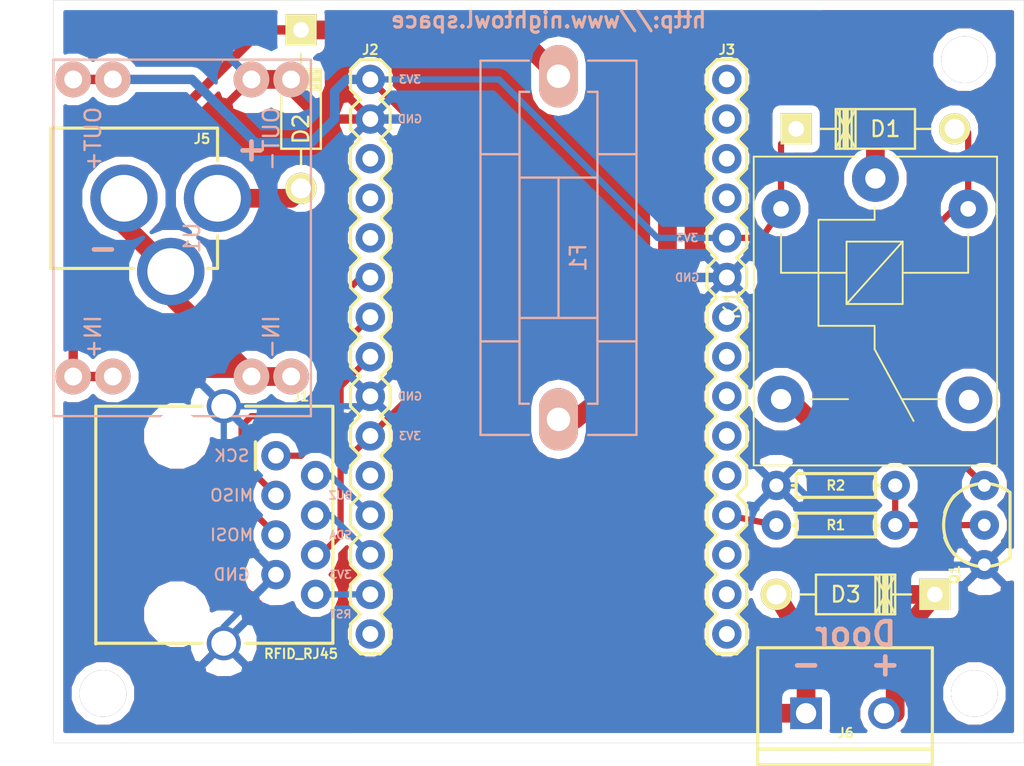
<source format=kicad_pcb>
(kicad_pcb (version 4) (host pcbnew 4.0.2+dfsg1-stable)

  (general
    (links 39)
    (no_connects 0)
    (area 19.235 13.9245 88.21457 65.66626)
    (thickness 1.6)
    (drawings 24)
    (tracks 126)
    (zones 0)
    (modules 17)
    (nets 17)
  )

  (page A4)
  (layers
    (0 F.Cu signal)
    (31 B.Cu signal)
    (32 B.Adhes user)
    (33 F.Adhes user)
    (34 B.Paste user)
    (35 F.Paste user)
    (36 B.SilkS user)
    (37 F.SilkS user)
    (38 B.Mask user)
    (39 F.Mask user)
    (40 Dwgs.User user)
    (41 Cmts.User user)
    (42 Eco1.User user)
    (43 Eco2.User user)
    (44 Edge.Cuts user)
    (45 Margin user)
    (46 B.CrtYd user)
    (47 F.CrtYd user)
    (48 B.Fab user)
    (49 F.Fab user)
  )

  (setup
    (last_trace_width 0.25)
    (user_trace_width 0.25)
    (user_trace_width 0.4)
    (user_trace_width 0.6)
    (user_trace_width 1.2)
    (trace_clearance 0.2)
    (zone_clearance 0.508)
    (zone_45_only yes)
    (trace_min 0.2)
    (segment_width 0.2)
    (edge_width 0.0254)
    (via_size 0.6)
    (via_drill 0.4)
    (via_min_size 0.4)
    (via_min_drill 0.3)
    (uvia_size 0.3)
    (uvia_drill 0.1)
    (uvias_allowed no)
    (uvia_min_size 0)
    (uvia_min_drill 0)
    (pcb_text_width 0.3)
    (pcb_text_size 1.5 1.5)
    (mod_edge_width 0.15)
    (mod_text_size 1 1)
    (mod_text_width 0.15)
    (pad_size 1.8796 1.8796)
    (pad_drill 1.016)
    (pad_to_mask_clearance 0.2)
    (aux_axis_origin 0 0)
    (visible_elements FFFFFF7F)
    (pcbplotparams
      (layerselection 0x010fc_80000001)
      (usegerberextensions false)
      (usegerberattributes true)
      (excludeedgelayer false)
      (linewidth 0.100000)
      (plotframeref false)
      (viasonmask false)
      (mode 1)
      (useauxorigin true)
      (hpglpennumber 1)
      (hpglpenspeed 20)
      (hpglpendiameter 15)
      (hpglpenoverlay 2)
      (psnegative false)
      (psa4output false)
      (plotreference true)
      (plotvalue false)
      (plotinvisibletext false)
      (padsonsilk false)
      (subtractmaskfromsilk false)
      (outputformat 1)
      (mirror false)
      (drillshape 0)
      (scaleselection 1)
      (outputdirectory gerbers/))
  )

  (net 0 "")
  (net 1 "Net-(D1-Pad2)")
  (net 2 "Net-(D2-Pad2)")
  (net 3 "Net-(D2-Pad1)")
  (net 4 "Net-(D3-Pad2)")
  (net 5 "Net-(D3-Pad1)")
  (net 6 "Net-(F1-Pad1)")
  (net 7 "Net-(J3-Pad12)")
  (net 8 "Net-(Q1-Pad2)")
  (net 9 GND)
  (net 10 +3V3)
  (net 11 /MOSI)
  (net 12 /SCK)
  (net 13 /BUZZER)
  (net 14 /MISO)
  (net 15 /SDA)
  (net 16 /RST)

  (net_class Default "This is the default net class."
    (clearance 0.2)
    (trace_width 0.25)
    (via_dia 0.6)
    (via_drill 0.4)
    (uvia_dia 0.3)
    (uvia_drill 0.1)
    (add_net +3V3)
    (add_net /BUZZER)
    (add_net /MISO)
    (add_net /MOSI)
    (add_net /RST)
    (add_net /SCK)
    (add_net /SDA)
    (add_net GND)
    (add_net "Net-(D1-Pad2)")
    (add_net "Net-(D2-Pad1)")
    (add_net "Net-(D2-Pad2)")
    (add_net "Net-(D3-Pad1)")
    (add_net "Net-(D3-Pad2)")
    (add_net "Net-(F1-Pad1)")
    (add_net "Net-(J3-Pad12)")
    (add_net "Net-(Q1-Pad2)")
  )

  (module Fuse_Holders_and_Fuses:Fuseholder5x20_horiz_SemiClosed_Casing10x25mm (layer B.Cu) (tedit 5B86A83E) (tstamp 5B87151F)
    (at 55.245 31.115 90)
    (descr "Fuseholder, 5x20, Semi closed, horizontal, Casing 10x25mm,")
    (tags "Fuseholder, 5x20, Semi closed, horizontal, Casing 10x25mm, Sicherungshalter, halbgeschlossen,")
    (path /5B86530C)
    (fp_text reference F1 (at -0.635 1.27 90) (layer B.SilkS)
      (effects (font (size 1 1) (thickness 0.15)) (justify mirror))
    )
    (fp_text value FUSE (at 1.27 -7.62 90) (layer B.Fab) hide
      (effects (font (size 1 1) (thickness 0.15)) (justify mirror))
    )
    (fp_line (start -5.99948 2.49936) (end -5.99948 5.00126) (layer B.SilkS) (width 0.15))
    (fp_line (start -5.99948 -5.00126) (end -5.99948 -2.49936) (layer B.SilkS) (width 0.15))
    (fp_line (start 5.99948 -5.00126) (end 5.99948 -2.49936) (layer B.SilkS) (width 0.15))
    (fp_line (start 5.99948 5.00126) (end 5.99948 2.49936) (layer B.SilkS) (width 0.15))
    (fp_line (start -4.50088 0) (end 4.50088 0) (layer B.SilkS) (width 0.15))
    (fp_line (start -4.50088 2.49936) (end -4.50088 -2.49936) (layer B.SilkS) (width 0.15))
    (fp_line (start 4.50088 2.49936) (end 4.50088 -2.49936) (layer B.SilkS) (width 0.15))
    (fp_line (start 9.99998 1.89992) (end 9.99998 2.49936) (layer B.SilkS) (width 0.15))
    (fp_line (start -9.99998 -1.89992) (end -9.99998 -2.49936) (layer B.SilkS) (width 0.15))
    (fp_line (start -9.99998 -2.49936) (end 9.99998 -2.49936) (layer B.SilkS) (width 0.15))
    (fp_line (start 9.99998 -2.49936) (end 9.99998 -1.89992) (layer B.SilkS) (width 0.15))
    (fp_line (start 9.99998 2.49936) (end -9.99998 2.49936) (layer B.SilkS) (width 0.15))
    (fp_line (start -9.99998 2.49936) (end -9.99998 1.89992) (layer B.SilkS) (width 0.15))
    (fp_line (start 11.99896 1.89992) (end 11.99896 5.00126) (layer B.SilkS) (width 0.15))
    (fp_line (start -11.99896 -1.89992) (end -11.99896 -5.00126) (layer B.SilkS) (width 0.15))
    (fp_line (start -11.99896 -5.00126) (end 11.99896 -5.00126) (layer B.SilkS) (width 0.15))
    (fp_line (start 11.99896 -5.00126) (end 11.99896 -1.89992) (layer B.SilkS) (width 0.15))
    (fp_line (start 11.99896 5.00126) (end -11.99896 5.00126) (layer B.SilkS) (width 0.15))
    (fp_line (start -11.99896 5.00126) (end -11.99896 1.89992) (layer B.SilkS) (width 0.15))
    (pad 2 thru_hole oval (at 11.00074 0 180) (size 2.49936 4.0005) (drill 1.50114) (layers *.Cu *.Mask B.SilkS)
      (net 3 "Net-(D2-Pad1)"))
    (pad 1 thru_hole oval (at -11.00074 0 180) (size 2.49936 4.0005) (drill 1.50114) (layers *.Cu *.Mask B.SilkS)
      (net 6 "Net-(F1-Pad1)"))
  )

  (module "kicad components:MAGJACK2" (layer F.Cu) (tedit 5B86A850) (tstamp 5B86C743)
    (at 19.685 41.275 270)
    (descr "RJ45 ETHERNET MAGJACK-COMPATIBLE")
    (tags "RJ45 ETHERNET MAGJACK-COMPATIBLE")
    (path /5B86CE45)
    (attr virtual)
    (fp_text reference J1 (at -0.635 -19.05 360) (layer F.SilkS)
      (effects (font (size 0.6096 0.6096) (thickness 0.127)))
    )
    (fp_text value RFID_RJ45 (at 15.875 -19.05 360) (layer F.SilkS)
      (effects (font (size 0.6096 0.6096) (thickness 0.127)))
    )
    (fp_line (start 0 -21.0947) (end 15.1384 -21.0947) (layer F.SilkS) (width 0.2032))
    (fp_line (start 0 -5.8928) (end 15.24 -5.8928) (layer F.SilkS) (width 0.2032))
    (fp_line (start 0 -8.09498) (end 0 0.10414) (layer Dwgs.User) (width 0.2032))
    (fp_line (start 0 0.10414) (end 15.24 0.10414) (layer Dwgs.User) (width 0.2032))
    (fp_line (start 15.24 0.10414) (end 15.24 -8.09498) (layer Dwgs.User) (width 0.2032))
    (fp_line (start 0 -20.99818) (end 0 -15.49908) (layer F.SilkS) (width 0.2032))
    (fp_line (start 15.19936 -21.09978) (end 15.19936 -15.49908) (layer F.SilkS) (width 0.2032))
    (fp_line (start 0 -5.99948) (end 0 -12.7) (layer F.SilkS) (width 0.2032))
    (fp_line (start 15.19936 -5.89788) (end 15.19936 -12.7) (layer F.SilkS) (width 0.2032))
    (fp_line (start 4.064 -16.129) (end 2.286 -16.129) (layer F.SilkS) (width 0.2032))
    (fp_line (start 2.286 -16.129) (end 4.064 -16.129) (layer F.SilkS) (width 0.2032))
    (pad 1 thru_hole circle (at 3.175 -17.44472 270) (size 1.8796 1.8796) (drill 0.99822) (layers *.Cu *.Mask)
      (net 12 /SCK) (solder_mask_margin 0.1016))
    (pad 2 thru_hole circle (at 4.445 -19.98472 270) (size 1.8796 1.8796) (drill 0.99822) (layers *.Cu *.Mask)
      (net 13 /BUZZER) (solder_mask_margin 0.1016))
    (pad 3 thru_hole circle (at 5.715 -17.44472 270) (size 1.8796 1.8796) (drill 0.99822) (layers *.Cu *.Mask)
      (net 14 /MISO) (solder_mask_margin 0.1016))
    (pad 4 thru_hole circle (at 6.985 -19.98472 270) (size 1.8796 1.8796) (drill 0.99822) (layers *.Cu *.Mask)
      (net 15 /SDA) (solder_mask_margin 0.1016))
    (pad 5 thru_hole circle (at 8.255 -17.44472 270) (size 1.8796 1.8796) (drill 0.99822) (layers *.Cu *.Mask)
      (net 11 /MOSI) (solder_mask_margin 0.1016))
    (pad 6 thru_hole circle (at 9.525 -19.98472 270) (size 1.8796 1.8796) (drill 0.99822) (layers *.Cu *.Mask)
      (net 10 +3V3) (solder_mask_margin 0.1016))
    (pad 7 thru_hole circle (at 10.795 -17.44472 270) (size 1.8796 1.8796) (drill 0.99822) (layers *.Cu *.Mask)
      (net 9 GND) (solder_mask_margin 0.1016))
    (pad 8 thru_hole circle (at 12.065 -19.98472 270) (size 1.8796 1.8796) (drill 0.99822) (layers *.Cu *.Mask)
      (net 16 /RST) (solder_mask_margin 0.1016))
    (pad SH thru_hole circle (at 0 -14.09954 270) (size 2.18186 2.18186) (drill 1.59766) (layers *.Cu *.Mask)
      (net 9 GND) (solder_mask_margin 0.1016))
    (pad SH thru_hole circle (at 15.19936 -14.09954 270) (size 2.18186 2.18186) (drill 1.59766) (layers *.Cu *.Mask)
      (net 9 GND) (solder_mask_margin 0.1016))
    (pad "" np_thru_hole circle (at 1.905 -11.09472 270) (size 3.19786 3.19786) (drill 3.19786) (layers *.Cu *.Mask)
      (solder_mask_margin 0.1016))
    (pad "" np_thru_hole circle (at 13.335 -11.09472 270) (size 3.19786 3.19786) (drill 3.19786) (layers *.Cu *.Mask)
      (solder_mask_margin 0.1016))
  )

  (module Relay_THT:Relay_SPDT_SANYOU_SRD_Series_Form_C (layer F.Cu) (tedit 5B86B6AC) (tstamp 5B871548)
    (at 75.565 26.67 270)
    (descr "relay Sanyou SRD series Form C http://www.sanyourelay.ca/public/products/pdf/SRD.pdf")
    (tags "relay Sanyu SRD form C")
    (path /5B86F775)
    (fp_text reference K1 (at 8.1 9.2 270) (layer F.SilkS)
      (effects (font (size 1 1) (thickness 0.15)))
    )
    (fp_text value SANYOU_SRD_Form_C (at 8 -9.6 270) (layer F.Fab) hide
      (effects (font (size 1 1) (thickness 0.15)))
    )
    (fp_line (start -1.4 1.2) (end -1.4 7.8) (layer F.SilkS) (width 0.12))
    (fp_line (start -1.4 -7.8) (end -1.4 -1.2) (layer F.SilkS) (width 0.12))
    (fp_line (start -1.4 -7.8) (end 18.4 -7.8) (layer F.SilkS) (width 0.12))
    (fp_line (start 18.4 -7.8) (end 18.4 7.8) (layer F.SilkS) (width 0.12))
    (fp_line (start 18.4 7.8) (end -1.4 7.8) (layer F.SilkS) (width 0.12))
    (fp_text user 1 (at 0 -2.3 270) (layer F.Fab) hide
      (effects (font (size 1 1) (thickness 0.15)))
    )
    (fp_line (start -1.3 -7.7) (end 18.3 -7.7) (layer F.Fab) (width 0.12))
    (fp_line (start 18.3 -7.7) (end 18.3 7.7) (layer F.Fab) (width 0.12))
    (fp_line (start 18.3 7.7) (end -1.3 7.7) (layer F.Fab) (width 0.12))
    (fp_line (start -1.3 7.7) (end -1.3 -7.7) (layer F.Fab) (width 0.12))
    (fp_text user %R (at 7.1 0.025 270) (layer F.Fab)
      (effects (font (size 1 1) (thickness 0.15)))
    )
    (fp_line (start 18.55 -7.95) (end -1.55 -7.95) (layer F.CrtYd) (width 0.05))
    (fp_line (start -1.55 7.95) (end -1.55 -7.95) (layer F.CrtYd) (width 0.05))
    (fp_line (start 18.55 -7.95) (end 18.55 7.95) (layer F.CrtYd) (width 0.05))
    (fp_line (start -1.55 7.95) (end 18.55 7.95) (layer F.CrtYd) (width 0.05))
    (fp_line (start 14.15 4.2) (end 14.15 1.75) (layer F.SilkS) (width 0.12))
    (fp_line (start 14.15 -4.2) (end 14.15 -1.7) (layer F.SilkS) (width 0.12))
    (fp_line (start 3.55 6.05) (end 6.05 6.05) (layer F.SilkS) (width 0.12))
    (fp_line (start 2.65 0.05) (end 1.85 0.05) (layer F.SilkS) (width 0.12))
    (fp_line (start 6.05 -5.95) (end 3.55 -5.95) (layer F.SilkS) (width 0.12))
    (fp_line (start 9.45 0.05) (end 10.95 0.05) (layer F.SilkS) (width 0.12))
    (fp_line (start 10.95 0.05) (end 15.55 -2.45) (layer F.SilkS) (width 0.12))
    (fp_line (start 9.45 3.65) (end 2.65 3.65) (layer F.SilkS) (width 0.12))
    (fp_line (start 9.45 0.05) (end 9.45 3.65) (layer F.SilkS) (width 0.12))
    (fp_line (start 2.65 0.05) (end 2.65 3.65) (layer F.SilkS) (width 0.12))
    (fp_line (start 6.05 -5.95) (end 6.05 -1.75) (layer F.SilkS) (width 0.12))
    (fp_line (start 6.05 1.85) (end 6.05 6.05) (layer F.SilkS) (width 0.12))
    (fp_line (start 8.05 1.85) (end 4.05 -1.75) (layer F.SilkS) (width 0.12))
    (fp_line (start 4.05 1.85) (end 4.05 -1.75) (layer F.SilkS) (width 0.12))
    (fp_line (start 4.05 -1.75) (end 8.05 -1.75) (layer F.SilkS) (width 0.12))
    (fp_line (start 8.05 -1.75) (end 8.05 1.85) (layer F.SilkS) (width 0.12))
    (fp_line (start 8.05 1.85) (end 4.05 1.85) (layer F.SilkS) (width 0.12))
    (pad 2 thru_hole circle (at 1.95 6.05) (size 2.5 2.5) (drill 1) (layers *.Cu *.Mask)
      (net 10 +3V3))
    (pad 3 thru_hole circle (at 14.15 6.05) (size 3 3) (drill 1.3) (layers *.Cu *.Mask)
      (net 5 "Net-(D3-Pad1)"))
    (pad 4 thru_hole circle (at 14.2 -6) (size 3 3) (drill 1.3) (layers *.Cu *.Mask))
    (pad 5 thru_hole circle (at 1.95 -5.95) (size 2.5 2.5) (drill 1) (layers *.Cu *.Mask)
      (net 1 "Net-(D1-Pad2)"))
    (pad 1 thru_hole circle (at 0 0) (size 3 3) (drill 1.3) (layers *.Cu *.Mask)
      (net 6 "Net-(F1-Pad1)"))
    (model ${KISYS3DMOD}/Relay_THT.3dshapes/Relay_SPDT_SANYOU_SRD_Series_Form_C.wrl
      (at (xyz 0 0 0))
      (scale (xyz 1 1 1))
      (rotate (xyz 0 0 0))
    )
  )

  (module Diodes_ThroughHole:Diode_DO-41_SOD81_Horizontal_RM10 (layer F.Cu) (tedit 5B86A26F) (tstamp 5B86623A)
    (at 38.735 17.145 270)
    (descr "Diode, DO-41, SOD81, Horizontal, RM 10mm,")
    (tags "Diode, DO-41, SOD81, Horizontal, RM 10mm, 1N4007, SB140,")
    (path /5B864FB9)
    (fp_text reference D2 (at 6.35 0 270) (layer F.SilkS)
      (effects (font (size 1 1) (thickness 0.15)))
    )
    (fp_text value D_Schottky (at 4.37134 -3.55854 270) (layer F.Fab) hide
      (effects (font (size 1 1) (thickness 0.15)))
    )
    (fp_line (start 7.62 -0.00254) (end 8.636 -0.00254) (layer F.SilkS) (width 0.15))
    (fp_line (start 2.794 -0.00254) (end 1.524 -0.00254) (layer F.SilkS) (width 0.15))
    (fp_line (start 3.048 -1.27254) (end 3.048 1.26746) (layer F.SilkS) (width 0.15))
    (fp_line (start 3.302 -1.27254) (end 3.302 1.26746) (layer F.SilkS) (width 0.15))
    (fp_line (start 3.556 -1.27254) (end 3.556 1.26746) (layer F.SilkS) (width 0.15))
    (fp_line (start 2.794 -1.27254) (end 2.794 1.26746) (layer F.SilkS) (width 0.15))
    (fp_line (start 3.81 -1.27254) (end 2.54 1.26746) (layer F.SilkS) (width 0.15))
    (fp_line (start 2.54 -1.27254) (end 3.81 1.26746) (layer F.SilkS) (width 0.15))
    (fp_line (start 3.81 -1.27254) (end 3.81 1.26746) (layer F.SilkS) (width 0.15))
    (fp_line (start 3.175 -1.27254) (end 3.175 1.26746) (layer F.SilkS) (width 0.15))
    (fp_line (start 2.54 1.26746) (end 2.54 -1.27254) (layer F.SilkS) (width 0.15))
    (fp_line (start 2.54 -1.27254) (end 7.62 -1.27254) (layer F.SilkS) (width 0.15))
    (fp_line (start 7.62 -1.27254) (end 7.62 1.26746) (layer F.SilkS) (width 0.15))
    (fp_line (start 7.62 1.26746) (end 2.54 1.26746) (layer F.SilkS) (width 0.15))
    (pad 2 thru_hole circle (at 10.16 -0.00254 90) (size 1.99898 1.99898) (drill 1.27) (layers *.Cu *.Mask F.SilkS)
      (net 2 "Net-(D2-Pad2)"))
    (pad 1 thru_hole rect (at 0 -0.00254 90) (size 1.99898 1.99898) (drill 1.00076) (layers *.Cu *.Mask F.SilkS)
      (net 3 "Net-(D2-Pad1)"))
  )

  (module Silicon-Standard:TO-92-AMMO (layer F.Cu) (tedit 5B868597) (tstamp 5B86F63C)
    (at 82.55 48.895 90)
    (descr "TO-92 3-PIN PTH AMMO PACKAGE")
    (tags "TO-92 3-PIN PTH AMMO PACKAGE")
    (path /5B8650C1)
    (attr virtual)
    (fp_text reference Q1 (at -3.175 -1.905 270) (layer F.SilkS)
      (effects (font (size 0.6096 0.6096) (thickness 0.127)))
    )
    (fp_text value TRANS_NPN-P2N2222A (at 1.27 4.445 90) (layer F.SilkS) hide
      (effects (font (size 0.6096 0.6096) (thickness 0.127)))
    )
    (fp_line (start -2.09296 1.651) (end 2.09296 1.651) (layer F.SilkS) (width 0.2032))
    (fp_arc (start 0 0) (end -2.09296 1.651) (angle 111) (layer F.SilkS) (width 0.2032))
    (fp_arc (start 0 0) (end 0.78486 -2.54762) (angle 111) (layer F.SilkS) (width 0.2032))
    (fp_arc (start 0 0.3175) (end 0.635 -2.54) (angle 28) (layer F.SilkS) (width 0.2032))
    (fp_arc (start 0 0.3175) (end -1.905 -1.905) (angle 53.1) (layer F.SilkS) (width 0.2032))
    (pad 1 thru_hole circle (at -2.54 0 90) (size 1.8796 1.8796) (drill 0.8128) (layers *.Cu *.Mask)
      (net 9 GND) (solder_mask_margin 0.1016))
    (pad 2 thru_hole circle (at 0 0 90) (size 1.8796 1.8796) (drill 0.8128) (layers *.Cu *.Mask)
      (net 8 "Net-(Q1-Pad2)") (solder_mask_margin 0.1016))
    (pad 3 thru_hole circle (at 2.54 0 90) (size 1.8796 1.8796) (drill 0.8128) (layers *.Cu *.Mask)
      (net 1 "Net-(D1-Pad2)") (solder_mask_margin 0.1016))
  )

  (module Diodes_ThroughHole:Diode_DO-41_SOD81_Horizontal_RM10 (layer F.Cu) (tedit 5B86B5A1) (tstamp 5B866240)
    (at 79.375 53.34 180)
    (descr "Diode, DO-41, SOD81, Horizontal, RM 10mm,")
    (tags "Diode, DO-41, SOD81, Horizontal, RM 10mm, 1N4007, SB140,")
    (path /5B868C28)
    (fp_text reference D3 (at 5.715 0 180) (layer F.SilkS)
      (effects (font (size 1 1) (thickness 0.15)))
    )
    (fp_text value D (at 4.37134 -3.55854 180) (layer F.Fab) hide
      (effects (font (size 1 1) (thickness 0.15)))
    )
    (fp_line (start 7.62 -0.00254) (end 8.636 -0.00254) (layer F.SilkS) (width 0.15))
    (fp_line (start 2.794 -0.00254) (end 1.524 -0.00254) (layer F.SilkS) (width 0.15))
    (fp_line (start 3.048 -1.27254) (end 3.048 1.26746) (layer F.SilkS) (width 0.15))
    (fp_line (start 3.302 -1.27254) (end 3.302 1.26746) (layer F.SilkS) (width 0.15))
    (fp_line (start 3.556 -1.27254) (end 3.556 1.26746) (layer F.SilkS) (width 0.15))
    (fp_line (start 2.794 -1.27254) (end 2.794 1.26746) (layer F.SilkS) (width 0.15))
    (fp_line (start 3.81 -1.27254) (end 2.54 1.26746) (layer F.SilkS) (width 0.15))
    (fp_line (start 2.54 -1.27254) (end 3.81 1.26746) (layer F.SilkS) (width 0.15))
    (fp_line (start 3.81 -1.27254) (end 3.81 1.26746) (layer F.SilkS) (width 0.15))
    (fp_line (start 3.175 -1.27254) (end 3.175 1.26746) (layer F.SilkS) (width 0.15))
    (fp_line (start 2.54 1.26746) (end 2.54 -1.27254) (layer F.SilkS) (width 0.15))
    (fp_line (start 2.54 -1.27254) (end 7.62 -1.27254) (layer F.SilkS) (width 0.15))
    (fp_line (start 7.62 -1.27254) (end 7.62 1.26746) (layer F.SilkS) (width 0.15))
    (fp_line (start 7.62 1.26746) (end 2.54 1.26746) (layer F.SilkS) (width 0.15))
    (pad 2 thru_hole circle (at 10.16 -0.00254) (size 1.99898 1.99898) (drill 1.27) (layers *.Cu *.Mask F.SilkS)
      (net 4 "Net-(D3-Pad2)"))
    (pad 1 thru_hole rect (at 0 -0.00254) (size 1.99898 1.99898) (drill 1.00076) (layers *.Cu *.Mask F.SilkS)
      (net 5 "Net-(D3-Pad1)"))
  )

  (module Connectors:1X15 (layer F.Cu) (tedit 5B86BAF5) (tstamp 5B86626D)
    (at 43.18 20.32 270)
    (descr "PLATED THROUGH HOLE -15 PIN")
    (tags "PLATED THROUGH HOLE -15 PIN")
    (path /5B864CB6)
    (attr virtual)
    (fp_text reference J2 (at -1.905 0 360) (layer F.SilkS)
      (effects (font (size 0.6096 0.6096) (thickness 0.127)))
    )
    (fp_text value CONN_15 (at 0 1.905 270) (layer F.SilkS) hide
      (effects (font (size 0.6096 0.6096) (thickness 0.127)))
    )
    (fp_line (start 14.605 -1.27) (end 15.875 -1.27) (layer F.SilkS) (width 0.2032))
    (fp_line (start 15.875 -1.27) (end 16.51 -0.635) (layer F.SilkS) (width 0.2032))
    (fp_line (start 16.51 0.635) (end 15.875 1.27) (layer F.SilkS) (width 0.2032))
    (fp_line (start 11.43 -0.635) (end 12.065 -1.27) (layer F.SilkS) (width 0.2032))
    (fp_line (start 12.065 -1.27) (end 13.335 -1.27) (layer F.SilkS) (width 0.2032))
    (fp_line (start 13.335 -1.27) (end 13.97 -0.635) (layer F.SilkS) (width 0.2032))
    (fp_line (start 13.97 0.635) (end 13.335 1.27) (layer F.SilkS) (width 0.2032))
    (fp_line (start 13.335 1.27) (end 12.065 1.27) (layer F.SilkS) (width 0.2032))
    (fp_line (start 12.065 1.27) (end 11.43 0.635) (layer F.SilkS) (width 0.2032))
    (fp_line (start 14.605 -1.27) (end 13.97 -0.635) (layer F.SilkS) (width 0.2032))
    (fp_line (start 13.97 0.635) (end 14.605 1.27) (layer F.SilkS) (width 0.2032))
    (fp_line (start 15.875 1.27) (end 14.605 1.27) (layer F.SilkS) (width 0.2032))
    (fp_line (start 6.985 -1.27) (end 8.255 -1.27) (layer F.SilkS) (width 0.2032))
    (fp_line (start 8.255 -1.27) (end 8.89 -0.635) (layer F.SilkS) (width 0.2032))
    (fp_line (start 8.89 0.635) (end 8.255 1.27) (layer F.SilkS) (width 0.2032))
    (fp_line (start 8.89 -0.635) (end 9.525 -1.27) (layer F.SilkS) (width 0.2032))
    (fp_line (start 9.525 -1.27) (end 10.795 -1.27) (layer F.SilkS) (width 0.2032))
    (fp_line (start 10.795 -1.27) (end 11.43 -0.635) (layer F.SilkS) (width 0.2032))
    (fp_line (start 11.43 0.635) (end 10.795 1.27) (layer F.SilkS) (width 0.2032))
    (fp_line (start 10.795 1.27) (end 9.525 1.27) (layer F.SilkS) (width 0.2032))
    (fp_line (start 9.525 1.27) (end 8.89 0.635) (layer F.SilkS) (width 0.2032))
    (fp_line (start 3.81 -0.635) (end 4.445 -1.27) (layer F.SilkS) (width 0.2032))
    (fp_line (start 4.445 -1.27) (end 5.715 -1.27) (layer F.SilkS) (width 0.2032))
    (fp_line (start 5.715 -1.27) (end 6.35 -0.635) (layer F.SilkS) (width 0.2032))
    (fp_line (start 6.35 0.635) (end 5.715 1.27) (layer F.SilkS) (width 0.2032))
    (fp_line (start 5.715 1.27) (end 4.445 1.27) (layer F.SilkS) (width 0.2032))
    (fp_line (start 4.445 1.27) (end 3.81 0.635) (layer F.SilkS) (width 0.2032))
    (fp_line (start 6.985 -1.27) (end 6.35 -0.635) (layer F.SilkS) (width 0.2032))
    (fp_line (start 6.35 0.635) (end 6.985 1.27) (layer F.SilkS) (width 0.2032))
    (fp_line (start 8.255 1.27) (end 6.985 1.27) (layer F.SilkS) (width 0.2032))
    (fp_line (start -0.635 -1.27) (end 0.635 -1.27) (layer F.SilkS) (width 0.2032))
    (fp_line (start 0.635 -1.27) (end 1.27 -0.635) (layer F.SilkS) (width 0.2032))
    (fp_line (start 1.27 0.635) (end 0.635 1.27) (layer F.SilkS) (width 0.2032))
    (fp_line (start 1.27 -0.635) (end 1.905 -1.27) (layer F.SilkS) (width 0.2032))
    (fp_line (start 1.905 -1.27) (end 3.175 -1.27) (layer F.SilkS) (width 0.2032))
    (fp_line (start 3.175 -1.27) (end 3.81 -0.635) (layer F.SilkS) (width 0.2032))
    (fp_line (start 3.81 0.635) (end 3.175 1.27) (layer F.SilkS) (width 0.2032))
    (fp_line (start 3.175 1.27) (end 1.905 1.27) (layer F.SilkS) (width 0.2032))
    (fp_line (start 1.905 1.27) (end 1.27 0.635) (layer F.SilkS) (width 0.2032))
    (fp_line (start -1.27 -0.635) (end -1.27 0.635) (layer F.SilkS) (width 0.2032))
    (fp_line (start -0.635 -1.27) (end -1.27 -0.635) (layer F.SilkS) (width 0.2032))
    (fp_line (start -1.27 0.635) (end -0.635 1.27) (layer F.SilkS) (width 0.2032))
    (fp_line (start 0.635 1.27) (end -0.635 1.27) (layer F.SilkS) (width 0.2032))
    (fp_line (start 32.385 -1.27) (end 33.655 -1.27) (layer F.SilkS) (width 0.2032))
    (fp_line (start 33.655 -1.27) (end 34.29 -0.635) (layer F.SilkS) (width 0.2032))
    (fp_line (start 34.29 0.635) (end 33.655 1.27) (layer F.SilkS) (width 0.2032))
    (fp_line (start 29.21 -0.635) (end 29.845 -1.27) (layer F.SilkS) (width 0.2032))
    (fp_line (start 29.845 -1.27) (end 31.115 -1.27) (layer F.SilkS) (width 0.2032))
    (fp_line (start 31.115 -1.27) (end 31.75 -0.635) (layer F.SilkS) (width 0.2032))
    (fp_line (start 31.75 0.635) (end 31.115 1.27) (layer F.SilkS) (width 0.2032))
    (fp_line (start 31.115 1.27) (end 29.845 1.27) (layer F.SilkS) (width 0.2032))
    (fp_line (start 29.845 1.27) (end 29.21 0.635) (layer F.SilkS) (width 0.2032))
    (fp_line (start 32.385 -1.27) (end 31.75 -0.635) (layer F.SilkS) (width 0.2032))
    (fp_line (start 31.75 0.635) (end 32.385 1.27) (layer F.SilkS) (width 0.2032))
    (fp_line (start 33.655 1.27) (end 32.385 1.27) (layer F.SilkS) (width 0.2032))
    (fp_line (start 24.765 -1.27) (end 26.035 -1.27) (layer F.SilkS) (width 0.2032))
    (fp_line (start 26.035 -1.27) (end 26.67 -0.635) (layer F.SilkS) (width 0.2032))
    (fp_line (start 26.67 0.635) (end 26.035 1.27) (layer F.SilkS) (width 0.2032))
    (fp_line (start 26.67 -0.635) (end 27.305 -1.27) (layer F.SilkS) (width 0.2032))
    (fp_line (start 27.305 -1.27) (end 28.575 -1.27) (layer F.SilkS) (width 0.2032))
    (fp_line (start 28.575 -1.27) (end 29.21 -0.635) (layer F.SilkS) (width 0.2032))
    (fp_line (start 29.21 0.635) (end 28.575 1.27) (layer F.SilkS) (width 0.2032))
    (fp_line (start 28.575 1.27) (end 27.305 1.27) (layer F.SilkS) (width 0.2032))
    (fp_line (start 27.305 1.27) (end 26.67 0.635) (layer F.SilkS) (width 0.2032))
    (fp_line (start 21.59 -0.635) (end 22.225 -1.27) (layer F.SilkS) (width 0.2032))
    (fp_line (start 22.225 -1.27) (end 23.495 -1.27) (layer F.SilkS) (width 0.2032))
    (fp_line (start 23.495 -1.27) (end 24.13 -0.635) (layer F.SilkS) (width 0.2032))
    (fp_line (start 24.13 0.635) (end 23.495 1.27) (layer F.SilkS) (width 0.2032))
    (fp_line (start 23.495 1.27) (end 22.225 1.27) (layer F.SilkS) (width 0.2032))
    (fp_line (start 22.225 1.27) (end 21.59 0.635) (layer F.SilkS) (width 0.2032))
    (fp_line (start 24.765 -1.27) (end 24.13 -0.635) (layer F.SilkS) (width 0.2032))
    (fp_line (start 24.13 0.635) (end 24.765 1.27) (layer F.SilkS) (width 0.2032))
    (fp_line (start 26.035 1.27) (end 24.765 1.27) (layer F.SilkS) (width 0.2032))
    (fp_line (start 17.145 -1.27) (end 18.415 -1.27) (layer F.SilkS) (width 0.2032))
    (fp_line (start 18.415 -1.27) (end 19.05 -0.635) (layer F.SilkS) (width 0.2032))
    (fp_line (start 19.05 0.635) (end 18.415 1.27) (layer F.SilkS) (width 0.2032))
    (fp_line (start 19.05 -0.635) (end 19.685 -1.27) (layer F.SilkS) (width 0.2032))
    (fp_line (start 19.685 -1.27) (end 20.955 -1.27) (layer F.SilkS) (width 0.2032))
    (fp_line (start 20.955 -1.27) (end 21.59 -0.635) (layer F.SilkS) (width 0.2032))
    (fp_line (start 21.59 0.635) (end 20.955 1.27) (layer F.SilkS) (width 0.2032))
    (fp_line (start 20.955 1.27) (end 19.685 1.27) (layer F.SilkS) (width 0.2032))
    (fp_line (start 19.685 1.27) (end 19.05 0.635) (layer F.SilkS) (width 0.2032))
    (fp_line (start 17.145 -1.27) (end 16.51 -0.635) (layer F.SilkS) (width 0.2032))
    (fp_line (start 16.51 0.635) (end 17.145 1.27) (layer F.SilkS) (width 0.2032))
    (fp_line (start 18.415 1.27) (end 17.145 1.27) (layer F.SilkS) (width 0.2032))
    (fp_line (start 34.925 -1.27) (end 34.29 -0.635) (layer F.SilkS) (width 0.2032))
    (fp_line (start 34.925 -1.27) (end 36.195 -1.27) (layer F.SilkS) (width 0.2032))
    (fp_line (start 36.195 -1.27) (end 36.83 -0.635) (layer F.SilkS) (width 0.2032))
    (fp_line (start 36.83 -0.635) (end 36.83 0.635) (layer F.SilkS) (width 0.2032))
    (fp_line (start 36.83 0.635) (end 36.195 1.27) (layer F.SilkS) (width 0.2032))
    (fp_line (start 36.195 1.27) (end 34.925 1.27) (layer F.SilkS) (width 0.2032))
    (fp_line (start 34.29 0.635) (end 34.925 1.27) (layer F.SilkS) (width 0.2032))
    (pad 1 thru_hole circle (at 0 0 270) (size 1.8796 1.8796) (drill 1.016) (layers *.Cu *.Mask)
      (net 10 +3V3) (solder_mask_margin 0.1016))
    (pad 2 thru_hole circle (at 2.54 0 270) (size 1.8796 1.8796) (drill 1.016) (layers *.Cu *.Mask)
      (net 9 GND) (solder_mask_margin 0.1016))
    (pad 3 thru_hole circle (at 5.08 0 270) (size 1.8796 1.8796) (drill 1.016) (layers *.Cu *.Mask)
      (solder_mask_margin 0.1016))
    (pad 4 thru_hole circle (at 7.62 0 270) (size 1.8796 1.8796) (drill 1.016) (layers *.Cu *.Mask)
      (solder_mask_margin 0.1016))
    (pad 5 thru_hole circle (at 10.16 0 270) (size 1.8796 1.8796) (drill 1.016) (layers *.Cu *.Mask)
      (solder_mask_margin 0.1016))
    (pad 6 thru_hole circle (at 12.7 0 270) (size 1.8796 1.8796) (drill 1.016) (layers *.Cu *.Mask)
      (net 11 /MOSI) (solder_mask_margin 0.1016))
    (pad 7 thru_hole circle (at 15.24 0 270) (size 1.8796 1.8796) (drill 1.016) (layers *.Cu *.Mask)
      (net 14 /MISO) (solder_mask_margin 0.1016))
    (pad 8 thru_hole circle (at 17.78 0 270) (size 1.8796 1.8796) (drill 1.016) (layers *.Cu *.Mask)
      (net 12 /SCK) (solder_mask_margin 0.1016))
    (pad 9 thru_hole circle (at 20.32 0 270) (size 1.8796 1.8796) (drill 1.016) (layers *.Cu *.Mask)
      (net 9 GND) (solder_mask_margin 0.1016))
    (pad 10 thru_hole circle (at 22.86 0 270) (size 1.8796 1.8796) (drill 1.016) (layers *.Cu *.Mask)
      (net 10 +3V3) (solder_mask_margin 0.1016))
    (pad 11 thru_hole circle (at 25.4 0 270) (size 1.8796 1.8796) (drill 1.016) (layers *.Cu *.Mask)
      (solder_mask_margin 0.1016))
    (pad 12 thru_hole circle (at 27.94 0 270) (size 1.8796 1.8796) (drill 1.016) (layers *.Cu *.Mask)
      (net 13 /BUZZER) (solder_mask_margin 0.1016))
    (pad 13 thru_hole circle (at 30.48 0 270) (size 1.8796 1.8796) (drill 1.016) (layers *.Cu *.Mask)
      (net 15 /SDA) (solder_mask_margin 0.1016))
    (pad 14 thru_hole circle (at 33.02 0 270) (size 1.8796 1.8796) (drill 1.016) (layers *.Cu *.Mask)
      (net 16 /RST) (solder_mask_margin 0.1016))
    (pad 15 thru_hole circle (at 35.56 0 270) (size 1.8796 1.8796) (drill 1.016) (layers *.Cu *.Mask)
      (solder_mask_margin 0.1016))
  )

  (module Connectors:1X15 (layer F.Cu) (tedit 5B86BB0D) (tstamp 5B866280)
    (at 66.04 20.32 270)
    (descr "PLATED THROUGH HOLE -15 PIN")
    (tags "PLATED THROUGH HOLE -15 PIN")
    (path /5B864DA6)
    (attr virtual)
    (fp_text reference J3 (at -1.905 0 360) (layer F.SilkS)
      (effects (font (size 0.6096 0.6096) (thickness 0.127)))
    )
    (fp_text value CONN_15 (at 0 1.905 270) (layer F.SilkS) hide
      (effects (font (size 0.6096 0.6096) (thickness 0.127)))
    )
    (fp_line (start 14.605 -1.27) (end 15.875 -1.27) (layer F.SilkS) (width 0.2032))
    (fp_line (start 15.875 -1.27) (end 16.51 -0.635) (layer F.SilkS) (width 0.2032))
    (fp_line (start 16.51 0.635) (end 15.875 1.27) (layer F.SilkS) (width 0.2032))
    (fp_line (start 11.43 -0.635) (end 12.065 -1.27) (layer F.SilkS) (width 0.2032))
    (fp_line (start 12.065 -1.27) (end 13.335 -1.27) (layer F.SilkS) (width 0.2032))
    (fp_line (start 13.335 -1.27) (end 13.97 -0.635) (layer F.SilkS) (width 0.2032))
    (fp_line (start 13.97 0.635) (end 13.335 1.27) (layer F.SilkS) (width 0.2032))
    (fp_line (start 13.335 1.27) (end 12.065 1.27) (layer F.SilkS) (width 0.2032))
    (fp_line (start 12.065 1.27) (end 11.43 0.635) (layer F.SilkS) (width 0.2032))
    (fp_line (start 14.605 -1.27) (end 13.97 -0.635) (layer F.SilkS) (width 0.2032))
    (fp_line (start 13.97 0.635) (end 14.605 1.27) (layer F.SilkS) (width 0.2032))
    (fp_line (start 15.875 1.27) (end 14.605 1.27) (layer F.SilkS) (width 0.2032))
    (fp_line (start 6.985 -1.27) (end 8.255 -1.27) (layer F.SilkS) (width 0.2032))
    (fp_line (start 8.255 -1.27) (end 8.89 -0.635) (layer F.SilkS) (width 0.2032))
    (fp_line (start 8.89 0.635) (end 8.255 1.27) (layer F.SilkS) (width 0.2032))
    (fp_line (start 8.89 -0.635) (end 9.525 -1.27) (layer F.SilkS) (width 0.2032))
    (fp_line (start 9.525 -1.27) (end 10.795 -1.27) (layer F.SilkS) (width 0.2032))
    (fp_line (start 10.795 -1.27) (end 11.43 -0.635) (layer F.SilkS) (width 0.2032))
    (fp_line (start 11.43 0.635) (end 10.795 1.27) (layer F.SilkS) (width 0.2032))
    (fp_line (start 10.795 1.27) (end 9.525 1.27) (layer F.SilkS) (width 0.2032))
    (fp_line (start 9.525 1.27) (end 8.89 0.635) (layer F.SilkS) (width 0.2032))
    (fp_line (start 3.81 -0.635) (end 4.445 -1.27) (layer F.SilkS) (width 0.2032))
    (fp_line (start 4.445 -1.27) (end 5.715 -1.27) (layer F.SilkS) (width 0.2032))
    (fp_line (start 5.715 -1.27) (end 6.35 -0.635) (layer F.SilkS) (width 0.2032))
    (fp_line (start 6.35 0.635) (end 5.715 1.27) (layer F.SilkS) (width 0.2032))
    (fp_line (start 5.715 1.27) (end 4.445 1.27) (layer F.SilkS) (width 0.2032))
    (fp_line (start 4.445 1.27) (end 3.81 0.635) (layer F.SilkS) (width 0.2032))
    (fp_line (start 6.985 -1.27) (end 6.35 -0.635) (layer F.SilkS) (width 0.2032))
    (fp_line (start 6.35 0.635) (end 6.985 1.27) (layer F.SilkS) (width 0.2032))
    (fp_line (start 8.255 1.27) (end 6.985 1.27) (layer F.SilkS) (width 0.2032))
    (fp_line (start -0.635 -1.27) (end 0.635 -1.27) (layer F.SilkS) (width 0.2032))
    (fp_line (start 0.635 -1.27) (end 1.27 -0.635) (layer F.SilkS) (width 0.2032))
    (fp_line (start 1.27 0.635) (end 0.635 1.27) (layer F.SilkS) (width 0.2032))
    (fp_line (start 1.27 -0.635) (end 1.905 -1.27) (layer F.SilkS) (width 0.2032))
    (fp_line (start 1.905 -1.27) (end 3.175 -1.27) (layer F.SilkS) (width 0.2032))
    (fp_line (start 3.175 -1.27) (end 3.81 -0.635) (layer F.SilkS) (width 0.2032))
    (fp_line (start 3.81 0.635) (end 3.175 1.27) (layer F.SilkS) (width 0.2032))
    (fp_line (start 3.175 1.27) (end 1.905 1.27) (layer F.SilkS) (width 0.2032))
    (fp_line (start 1.905 1.27) (end 1.27 0.635) (layer F.SilkS) (width 0.2032))
    (fp_line (start -1.27 -0.635) (end -1.27 0.635) (layer F.SilkS) (width 0.2032))
    (fp_line (start -0.635 -1.27) (end -1.27 -0.635) (layer F.SilkS) (width 0.2032))
    (fp_line (start -1.27 0.635) (end -0.635 1.27) (layer F.SilkS) (width 0.2032))
    (fp_line (start 0.635 1.27) (end -0.635 1.27) (layer F.SilkS) (width 0.2032))
    (fp_line (start 32.385 -1.27) (end 33.655 -1.27) (layer F.SilkS) (width 0.2032))
    (fp_line (start 33.655 -1.27) (end 34.29 -0.635) (layer F.SilkS) (width 0.2032))
    (fp_line (start 34.29 0.635) (end 33.655 1.27) (layer F.SilkS) (width 0.2032))
    (fp_line (start 29.21 -0.635) (end 29.845 -1.27) (layer F.SilkS) (width 0.2032))
    (fp_line (start 29.845 -1.27) (end 31.115 -1.27) (layer F.SilkS) (width 0.2032))
    (fp_line (start 31.115 -1.27) (end 31.75 -0.635) (layer F.SilkS) (width 0.2032))
    (fp_line (start 31.75 0.635) (end 31.115 1.27) (layer F.SilkS) (width 0.2032))
    (fp_line (start 31.115 1.27) (end 29.845 1.27) (layer F.SilkS) (width 0.2032))
    (fp_line (start 29.845 1.27) (end 29.21 0.635) (layer F.SilkS) (width 0.2032))
    (fp_line (start 32.385 -1.27) (end 31.75 -0.635) (layer F.SilkS) (width 0.2032))
    (fp_line (start 31.75 0.635) (end 32.385 1.27) (layer F.SilkS) (width 0.2032))
    (fp_line (start 33.655 1.27) (end 32.385 1.27) (layer F.SilkS) (width 0.2032))
    (fp_line (start 24.765 -1.27) (end 26.035 -1.27) (layer F.SilkS) (width 0.2032))
    (fp_line (start 26.035 -1.27) (end 26.67 -0.635) (layer F.SilkS) (width 0.2032))
    (fp_line (start 26.67 0.635) (end 26.035 1.27) (layer F.SilkS) (width 0.2032))
    (fp_line (start 26.67 -0.635) (end 27.305 -1.27) (layer F.SilkS) (width 0.2032))
    (fp_line (start 27.305 -1.27) (end 28.575 -1.27) (layer F.SilkS) (width 0.2032))
    (fp_line (start 28.575 -1.27) (end 29.21 -0.635) (layer F.SilkS) (width 0.2032))
    (fp_line (start 29.21 0.635) (end 28.575 1.27) (layer F.SilkS) (width 0.2032))
    (fp_line (start 28.575 1.27) (end 27.305 1.27) (layer F.SilkS) (width 0.2032))
    (fp_line (start 27.305 1.27) (end 26.67 0.635) (layer F.SilkS) (width 0.2032))
    (fp_line (start 21.59 -0.635) (end 22.225 -1.27) (layer F.SilkS) (width 0.2032))
    (fp_line (start 22.225 -1.27) (end 23.495 -1.27) (layer F.SilkS) (width 0.2032))
    (fp_line (start 23.495 -1.27) (end 24.13 -0.635) (layer F.SilkS) (width 0.2032))
    (fp_line (start 24.13 0.635) (end 23.495 1.27) (layer F.SilkS) (width 0.2032))
    (fp_line (start 23.495 1.27) (end 22.225 1.27) (layer F.SilkS) (width 0.2032))
    (fp_line (start 22.225 1.27) (end 21.59 0.635) (layer F.SilkS) (width 0.2032))
    (fp_line (start 24.765 -1.27) (end 24.13 -0.635) (layer F.SilkS) (width 0.2032))
    (fp_line (start 24.13 0.635) (end 24.765 1.27) (layer F.SilkS) (width 0.2032))
    (fp_line (start 26.035 1.27) (end 24.765 1.27) (layer F.SilkS) (width 0.2032))
    (fp_line (start 17.145 -1.27) (end 18.415 -1.27) (layer F.SilkS) (width 0.2032))
    (fp_line (start 18.415 -1.27) (end 19.05 -0.635) (layer F.SilkS) (width 0.2032))
    (fp_line (start 19.05 0.635) (end 18.415 1.27) (layer F.SilkS) (width 0.2032))
    (fp_line (start 19.05 -0.635) (end 19.685 -1.27) (layer F.SilkS) (width 0.2032))
    (fp_line (start 19.685 -1.27) (end 20.955 -1.27) (layer F.SilkS) (width 0.2032))
    (fp_line (start 20.955 -1.27) (end 21.59 -0.635) (layer F.SilkS) (width 0.2032))
    (fp_line (start 21.59 0.635) (end 20.955 1.27) (layer F.SilkS) (width 0.2032))
    (fp_line (start 20.955 1.27) (end 19.685 1.27) (layer F.SilkS) (width 0.2032))
    (fp_line (start 19.685 1.27) (end 19.05 0.635) (layer F.SilkS) (width 0.2032))
    (fp_line (start 17.145 -1.27) (end 16.51 -0.635) (layer F.SilkS) (width 0.2032))
    (fp_line (start 16.51 0.635) (end 17.145 1.27) (layer F.SilkS) (width 0.2032))
    (fp_line (start 18.415 1.27) (end 17.145 1.27) (layer F.SilkS) (width 0.2032))
    (fp_line (start 34.925 -1.27) (end 34.29 -0.635) (layer F.SilkS) (width 0.2032))
    (fp_line (start 34.925 -1.27) (end 36.195 -1.27) (layer F.SilkS) (width 0.2032))
    (fp_line (start 36.195 -1.27) (end 36.83 -0.635) (layer F.SilkS) (width 0.2032))
    (fp_line (start 36.83 -0.635) (end 36.83 0.635) (layer F.SilkS) (width 0.2032))
    (fp_line (start 36.83 0.635) (end 36.195 1.27) (layer F.SilkS) (width 0.2032))
    (fp_line (start 36.195 1.27) (end 34.925 1.27) (layer F.SilkS) (width 0.2032))
    (fp_line (start 34.29 0.635) (end 34.925 1.27) (layer F.SilkS) (width 0.2032))
    (pad 1 thru_hole circle (at 0 0 270) (size 1.8796 1.8796) (drill 1.016) (layers *.Cu *.Mask)
      (solder_mask_margin 0.1016))
    (pad 2 thru_hole circle (at 2.54 0 270) (size 1.8796 1.8796) (drill 1.016) (layers *.Cu *.Mask)
      (solder_mask_margin 0.1016))
    (pad 3 thru_hole circle (at 5.08 0 270) (size 1.8796 1.8796) (drill 1.016) (layers *.Cu *.Mask)
      (solder_mask_margin 0.1016))
    (pad 4 thru_hole circle (at 7.62 0 270) (size 1.8796 1.8796) (drill 1.016) (layers *.Cu *.Mask)
      (solder_mask_margin 0.1016))
    (pad 5 thru_hole circle (at 10.16 0 270) (size 1.8796 1.8796) (drill 1.016) (layers *.Cu *.Mask)
      (net 10 +3V3) (solder_mask_margin 0.1016))
    (pad 6 thru_hole circle (at 12.7 0 270) (size 1.8796 1.8796) (drill 1.016) (layers *.Cu *.Mask)
      (net 9 GND) (solder_mask_margin 0.1016))
    (pad 7 thru_hole circle (at 15.24 0 270) (size 1.8796 1.8796) (drill 1.016) (layers *.Cu *.Mask)
      (solder_mask_margin 0.1016))
    (pad 8 thru_hole circle (at 17.78 0 270) (size 1.8796 1.8796) (drill 1.016) (layers *.Cu *.Mask)
      (solder_mask_margin 0.1016))
    (pad 9 thru_hole circle (at 20.32 0 270) (size 1.8796 1.8796) (drill 1.016) (layers *.Cu *.Mask)
      (solder_mask_margin 0.1016))
    (pad 10 thru_hole circle (at 22.86 0 270) (size 1.8796 1.8796) (drill 1.016) (layers *.Cu *.Mask)
      (solder_mask_margin 0.1016))
    (pad 11 thru_hole circle (at 25.4 0 270) (size 1.8796 1.8796) (drill 1.016) (layers *.Cu *.Mask)
      (solder_mask_margin 0.1016))
    (pad 12 thru_hole circle (at 27.94 0 270) (size 1.8796 1.8796) (drill 1.016) (layers *.Cu *.Mask)
      (net 7 "Net-(J3-Pad12)") (solder_mask_margin 0.1016))
    (pad 13 thru_hole circle (at 30.48 0 270) (size 1.8796 1.8796) (drill 1.016) (layers *.Cu *.Mask)
      (solder_mask_margin 0.1016))
    (pad 14 thru_hole circle (at 33.02 0 270) (size 1.8796 1.8796) (drill 1.016) (layers *.Cu *.Mask)
      (solder_mask_margin 0.1016))
    (pad 15 thru_hole circle (at 35.56 0 270) (size 1.8796 1.8796) (drill 1.016) (layers *.Cu *.Mask)
      (solder_mask_margin 0.1016))
  )

  (module Connectors:POWER_JACK_PTH (layer F.Cu) (tedit 5B86A7C3) (tstamp 5B86628D)
    (at 19.685 27.94 270)
    (descr "DC BARREL POWER JACK/CONNECTOR PTH")
    (tags "DC BARREL POWER JACK/CONNECTOR PTH")
    (path /5B864950)
    (attr virtual)
    (fp_text reference J5 (at -3.81 -12.7 360) (layer F.SilkS)
      (effects (font (size 0.6096 0.6096) (thickness 0.127)))
    )
    (fp_text value POWER_JACK (at 5.207 -5.08 360) (layer F.SilkS) hide
      (effects (font (size 0.6096 0.6096) (thickness 0.127)))
    )
    (fp_line (start 4.49834 -13.69822) (end 2.39776 -13.69822) (layer F.SilkS) (width 0.2032))
    (fp_line (start -4.49834 -2.99974) (end -4.49834 -0.09906) (layer Dwgs.User) (width 0.2032))
    (fp_line (start 4.49834 -0.09906) (end 4.49834 -2.99974) (layer Dwgs.User) (width 0.2032))
    (fp_line (start 4.49834 -0.09906) (end -4.49834 -0.09906) (layer Dwgs.User) (width 0.2032))
    (fp_line (start 4.49834 -2.99974) (end 4.49834 -8.29818) (layer F.SilkS) (width 0.2032))
    (fp_line (start 4.49834 -13.69822) (end 4.49834 -12.99972) (layer F.SilkS) (width 0.2032))
    (fp_line (start -4.49834 -2.99974) (end -4.49834 -13.69822) (layer F.SilkS) (width 0.2032))
    (fp_line (start -4.49834 -13.69822) (end -2.39776 -13.69822) (layer F.SilkS) (width 0.2032))
    (fp_line (start -4.49834 -2.99974) (end 4.49834 -2.99974) (layer F.SilkS) (width 0.2032))
    (pad GND thru_hole circle (at 0 -7.69874 270) (size 4.318 4.318) (drill 2.9972) (layers *.Cu *.Mask)
      (net 4 "Net-(D3-Pad2)") (solder_mask_margin 0.1016))
    (pad GNDB thru_hole circle (at 4.699 -10.69848 270) (size 4.318 4.318) (drill 2.9972) (layers *.Cu *.Mask)
      (net 4 "Net-(D3-Pad2)") (solder_mask_margin 0.1016))
    (pad PWR thru_hole circle (at 0 -13.69822 270) (size 4.318 4.318) (drill 2.9972) (layers *.Cu *.Mask)
      (net 2 "Net-(D2-Pad2)") (solder_mask_margin 0.1016))
  )

  (module Resistors:AXIAL-0.3 (layer F.Cu) (tedit 5B869C1C) (tstamp 5B8662A3)
    (at 73.025 48.895)
    (descr AXIAL-0.3)
    (tags AXIAL-0.3)
    (path /5B865242)
    (attr virtual)
    (fp_text reference R1 (at 0 0) (layer F.SilkS)
      (effects (font (size 0.6096 0.6096) (thickness 0.127)))
    )
    (fp_text value 1KOHM-HORIZ-1_4W-5% (at 0 -2.54) (layer F.SilkS) hide
      (effects (font (size 0.6096 0.6096) (thickness 0.127)))
    )
    (fp_line (start -2.54 -0.762) (end 2.54 -0.762) (layer F.SilkS) (width 0.2032))
    (fp_line (start 2.54 -0.762) (end 2.54 0) (layer F.SilkS) (width 0.2032))
    (fp_line (start 2.54 0) (end 2.54 0.762) (layer F.SilkS) (width 0.2032))
    (fp_line (start 2.54 0.762) (end -2.54 0.762) (layer F.SilkS) (width 0.2032))
    (fp_line (start -2.54 0.762) (end -2.54 0) (layer F.SilkS) (width 0.2032))
    (fp_line (start -2.54 0) (end -2.54 -0.762) (layer F.SilkS) (width 0.2032))
    (fp_line (start 2.54 0) (end 2.794 0) (layer F.SilkS) (width 0.2032))
    (fp_line (start -2.54 0) (end -2.794 0) (layer F.SilkS) (width 0.2032))
    (pad P$1 thru_hole circle (at -3.81 0) (size 1.8796 1.8796) (drill 0.89916) (layers *.Cu *.Mask)
      (net 7 "Net-(J3-Pad12)") (solder_mask_margin 0.1016))
    (pad P$2 thru_hole circle (at 3.81 0) (size 1.8796 1.8796) (drill 0.89916) (layers *.Cu *.Mask)
      (net 8 "Net-(Q1-Pad2)") (solder_mask_margin 0.1016))
  )

  (module Resistors:AXIAL-0.3 (layer F.Cu) (tedit 5B869C3C) (tstamp 5B8662A9)
    (at 73.025 46.355 180)
    (descr AXIAL-0.3)
    (tags AXIAL-0.3)
    (path /5B8651FE)
    (attr virtual)
    (fp_text reference R2 (at 0 0 180) (layer F.SilkS)
      (effects (font (size 0.6096 0.6096) (thickness 0.127)))
    )
    (fp_text value 10KOHM-HORIZ-1_4W-5% (at 0 1.397 180) (layer F.SilkS) hide
      (effects (font (size 0.6096 0.6096) (thickness 0.127)))
    )
    (fp_line (start -2.54 -0.762) (end 2.54 -0.762) (layer F.SilkS) (width 0.2032))
    (fp_line (start 2.54 -0.762) (end 2.54 0) (layer F.SilkS) (width 0.2032))
    (fp_line (start 2.54 0) (end 2.54 0.762) (layer F.SilkS) (width 0.2032))
    (fp_line (start 2.54 0.762) (end -2.54 0.762) (layer F.SilkS) (width 0.2032))
    (fp_line (start -2.54 0.762) (end -2.54 0) (layer F.SilkS) (width 0.2032))
    (fp_line (start -2.54 0) (end -2.54 -0.762) (layer F.SilkS) (width 0.2032))
    (fp_line (start 2.54 0) (end 2.794 0) (layer F.SilkS) (width 0.2032))
    (fp_line (start -2.54 0) (end -2.794 0) (layer F.SilkS) (width 0.2032))
    (pad P$1 thru_hole circle (at -3.81 0 180) (size 1.8796 1.8796) (drill 0.89916) (layers *.Cu *.Mask)
      (net 8 "Net-(Q1-Pad2)") (solder_mask_margin 0.1016))
    (pad P$2 thru_hole circle (at 3.81 0 180) (size 1.8796 1.8796) (drill 0.89916) (layers *.Cu *.Mask)
      (net 9 GND) (solder_mask_margin 0.1016))
  )

  (module Connectors:SCREWTERMINAL-5MM-2 (layer F.Cu) (tedit 5B869C4D) (tstamp 5B8666AD)
    (at 71.12 60.96)
    (descr "SCREW TERMINAL  5MM PITCH -2 PIN PTH")
    (tags "SCREW TERMINAL  5MM PITCH -2 PIN PTH")
    (path /5B86A9C3)
    (attr virtual)
    (fp_text reference J6 (at 2.54 1.27) (layer F.SilkS)
      (effects (font (size 0.6096 0.6096) (thickness 0.127)))
    )
    (fp_text value CONN_02 (at 0 3.937) (layer F.SilkS) hide
      (effects (font (size 0.6096 0.6096) (thickness 0.127)))
    )
    (fp_line (start -3.0988 -4.19862) (end 8.09752 -4.19862) (layer F.SilkS) (width 0.2032))
    (fp_line (start 8.09752 -4.19862) (end 8.09752 2.2987) (layer F.SilkS) (width 0.2032))
    (fp_line (start 8.09752 2.2987) (end 8.09752 3.29946) (layer F.SilkS) (width 0.2032))
    (fp_line (start 8.09752 3.29946) (end -3.0988 3.29946) (layer F.SilkS) (width 0.2032))
    (fp_line (start -3.0988 3.29946) (end -3.0988 2.2987) (layer F.SilkS) (width 0.2032))
    (fp_line (start -3.0988 2.2987) (end -3.0988 -4.19862) (layer F.SilkS) (width 0.2032))
    (fp_line (start 8.09752 2.2987) (end -3.0988 2.2987) (layer F.SilkS) (width 0.2032))
    (fp_line (start -3.0988 1.34874) (end -3.69824 1.34874) (layer Dwgs.User) (width 0.2032))
    (fp_line (start -3.69824 1.34874) (end -3.69824 2.3495) (layer Dwgs.User) (width 0.2032))
    (fp_line (start -3.69824 2.3495) (end -3.0988 2.3495) (layer Dwgs.User) (width 0.2032))
    (fp_line (start 8.09752 -3.99796) (end 8.6995 -3.99796) (layer Dwgs.User) (width 0.2032))
    (fp_line (start 8.6995 -3.99796) (end 8.6995 -2.99974) (layer Dwgs.User) (width 0.2032))
    (fp_line (start 8.6995 -2.99974) (end 8.09752 -2.99974) (layer Dwgs.User) (width 0.2032))
    (fp_circle (center 2.49936 -3.69824) (end 2.49936 -3.98018) (layer Dwgs.User) (width 0.127))
    (pad 1 thru_hole rect (at 0 0) (size 2.032 2.032) (drill 1.29794) (layers *.Cu *.Mask)
      (net 4 "Net-(D3-Pad2)") (solder_mask_margin 0.1016))
    (pad 2 thru_hole circle (at 4.99872 0) (size 2.032 2.032) (drill 1.29794) (layers *.Cu *.Mask)
      (net 5 "Net-(D3-Pad1)") (solder_mask_margin 0.1016))
  )

  (module Diodes_ThroughHole:Diode_DO-41_SOD81_Horizontal_RM10 (layer F.Cu) (tedit 5B86B6A4) (tstamp 5B871789)
    (at 70.485 23.495)
    (descr "Diode, DO-41, SOD81, Horizontal, RM 10mm,")
    (tags "Diode, DO-41, SOD81, Horizontal, RM 10mm, 1N4007, SB140,")
    (path /5B86504C)
    (fp_text reference D1 (at 5.715 0) (layer F.SilkS)
      (effects (font (size 1 1) (thickness 0.15)))
    )
    (fp_text value D (at 4.37134 -3.55854) (layer F.Fab) hide
      (effects (font (size 1 1) (thickness 0.15)))
    )
    (fp_line (start 7.62 -0.00254) (end 8.636 -0.00254) (layer F.SilkS) (width 0.15))
    (fp_line (start 2.794 -0.00254) (end 1.524 -0.00254) (layer F.SilkS) (width 0.15))
    (fp_line (start 3.048 -1.27254) (end 3.048 1.26746) (layer F.SilkS) (width 0.15))
    (fp_line (start 3.302 -1.27254) (end 3.302 1.26746) (layer F.SilkS) (width 0.15))
    (fp_line (start 3.556 -1.27254) (end 3.556 1.26746) (layer F.SilkS) (width 0.15))
    (fp_line (start 2.794 -1.27254) (end 2.794 1.26746) (layer F.SilkS) (width 0.15))
    (fp_line (start 3.81 -1.27254) (end 2.54 1.26746) (layer F.SilkS) (width 0.15))
    (fp_line (start 2.54 -1.27254) (end 3.81 1.26746) (layer F.SilkS) (width 0.15))
    (fp_line (start 3.81 -1.27254) (end 3.81 1.26746) (layer F.SilkS) (width 0.15))
    (fp_line (start 3.175 -1.27254) (end 3.175 1.26746) (layer F.SilkS) (width 0.15))
    (fp_line (start 2.54 1.26746) (end 2.54 -1.27254) (layer F.SilkS) (width 0.15))
    (fp_line (start 2.54 -1.27254) (end 7.62 -1.27254) (layer F.SilkS) (width 0.15))
    (fp_line (start 7.62 -1.27254) (end 7.62 1.26746) (layer F.SilkS) (width 0.15))
    (fp_line (start 7.62 1.26746) (end 2.54 1.26746) (layer F.SilkS) (width 0.15))
    (pad 2 thru_hole circle (at 10.16 -0.00254 180) (size 1.99898 1.99898) (drill 1.27) (layers *.Cu *.Mask F.SilkS)
      (net 1 "Net-(D1-Pad2)"))
    (pad 1 thru_hole rect (at 0 -0.00254 180) (size 1.99898 1.99898) (drill 1.00076) (layers *.Cu *.Mask F.SilkS)
      (net 10 +3V3))
  )

  (module Mounting_Holes:MountingHole_3mm (layer F.Cu) (tedit 5B86C9E0) (tstamp 5B873143)
    (at 81.28 19.05)
    (descr "Mounting hole, Befestigungsbohrung, 3mm, No Annular, Kein Restring,")
    (tags "Mounting hole, Befestigungsbohrung, 3mm, No Annular, Kein Restring,")
    (path /5B872565)
    (fp_text reference MH1 (at 0 -4.0005) (layer F.SilkS) hide
      (effects (font (size 1 1) (thickness 0.15)))
    )
    (fp_text value MountingHole (at 1.00076 5.00126) (layer F.Fab) hide
      (effects (font (size 1 1) (thickness 0.15)))
    )
    (fp_circle (center 0 0) (end 3 0) (layer Cmts.User) (width 0.381))
    (pad 1 thru_hole circle (at 0 0) (size 3 3) (drill 3) (layers))
  )

  (module Mounting_Holes:MountingHole_3mm (layer F.Cu) (tedit 5B86C9E6) (tstamp 5B873147)
    (at 81.915 59.69)
    (descr "Mounting hole, Befestigungsbohrung, 3mm, No Annular, Kein Restring,")
    (tags "Mounting hole, Befestigungsbohrung, 3mm, No Annular, Kein Restring,")
    (path /5B8725B0)
    (fp_text reference MH2 (at 0 -4.0005) (layer F.SilkS) hide
      (effects (font (size 1 1) (thickness 0.15)))
    )
    (fp_text value MountingHole (at 1.00076 5.00126) (layer F.Fab) hide
      (effects (font (size 1 1) (thickness 0.15)))
    )
    (fp_circle (center 0 0) (end 3 0) (layer Cmts.User) (width 0.381))
    (pad 1 thru_hole circle (at 0 0) (size 3 3) (drill 3) (layers))
  )

  (module Mounting_Holes:MountingHole_3mm (layer F.Cu) (tedit 5B86C9F0) (tstamp 5B87314B)
    (at 26.035 59.69)
    (descr "Mounting hole, Befestigungsbohrung, 3mm, No Annular, Kein Restring,")
    (tags "Mounting hole, Befestigungsbohrung, 3mm, No Annular, Kein Restring,")
    (path /5B8724CB)
    (fp_text reference MH3 (at 0 -4.0005) (layer F.SilkS) hide
      (effects (font (size 1 1) (thickness 0.15)))
    )
    (fp_text value MountingHole (at 1.00076 5.00126) (layer F.Fab) hide
      (effects (font (size 1 1) (thickness 0.15)))
    )
    (fp_circle (center 0 0) (end 3 0) (layer Cmts.User) (width 0.381))
    (pad 1 thru_hole circle (at 0 0) (size 3 3) (drill 3) (layers))
  )

  (module "kicad components:VREG_3V3" (layer B.Cu) (tedit 5B9875F3) (tstamp 5B987C9A)
    (at 39.37 19.05 270)
    (path /5B86C5BC)
    (fp_text reference U1 (at 11.43 7.62 270) (layer B.SilkS)
      (effects (font (size 1 1) (thickness 0.15)) (justify mirror))
    )
    (fp_text value VREG_3V3 (at 11.43 9.39 270) (layer B.Fab)
      (effects (font (size 1 1) (thickness 0.15)) (justify mirror))
    )
    (fp_text user OUT+ (at 5.08 13.97 270) (layer B.SilkS)
      (effects (font (size 1 1) (thickness 0.15)) (justify mirror))
    )
    (fp_text user OUT- (at 5.08 2.54 270) (layer B.SilkS)
      (effects (font (size 1 1) (thickness 0.15)) (justify mirror))
    )
    (fp_text user IN+ (at 17.78 13.97 270) (layer B.SilkS)
      (effects (font (size 1 1) (thickness 0.15)) (justify mirror))
    )
    (fp_text user IN- (at 17.78 2.54 270) (layer B.SilkS)
      (effects (font (size 1 1) (thickness 0.15)) (justify mirror))
    )
    (fp_line (start 22.86 16.51) (end 22.86 0) (layer B.SilkS) (width 0.15))
    (fp_line (start 22.86 0) (end 0 0) (layer B.SilkS) (width 0.15))
    (fp_line (start 0 0) (end 0 16.51) (layer B.SilkS) (width 0.15))
    (fp_line (start 0 16.51) (end 22.86 16.51) (layer B.SilkS) (width 0.15))
    (pad 1 thru_hole circle (at 1.27 1.27 270) (size 2.286 2.286) (drill 1.143) (layers *.Cu *.Mask B.SilkS)
      (net 9 GND))
    (pad 2 thru_hole circle (at 1.27 3.81 270) (size 2.286 2.286) (drill 1.143) (layers *.Cu *.Mask B.SilkS)
      (net 9 GND))
    (pad 3 thru_hole circle (at 1.27 12.7 270) (size 2.286 2.286) (drill 1.143) (layers *.Cu *.Mask B.SilkS)
      (net 10 +3V3))
    (pad 4 thru_hole circle (at 1.27 15.24 270) (size 2.286 2.286) (drill 1.143) (layers *.Cu *.Mask B.SilkS)
      (net 10 +3V3))
    (pad 5 thru_hole circle (at 20.32 15.24 270) (size 2.286 2.286) (drill 1.143) (layers *.Cu *.Mask B.SilkS)
      (net 3 "Net-(D2-Pad1)"))
    (pad 6 thru_hole circle (at 20.32 12.7 270) (size 2.286 2.286) (drill 1.143) (layers *.Cu *.Mask B.SilkS)
      (net 3 "Net-(D2-Pad1)"))
    (pad 7 thru_hole circle (at 20.32 3.81 270) (size 2.286 2.286) (drill 1.143) (layers *.Cu *.Mask B.SilkS)
      (net 4 "Net-(D3-Pad2)"))
    (pad 8 thru_hole circle (at 20.32 1.27 270) (size 2.286 2.286) (drill 1.143) (layers *.Cu *.Mask B.SilkS)
      (net 4 "Net-(D3-Pad2)"))
  )

  (gr_text http://www.nightowl.space (at 54.61 16.51) (layer B.SilkS)
    (effects (font (size 1 1) (thickness 0.2)) (justify mirror))
  )
  (gr_text 3V3 (at 63.5 30.48) (layer B.SilkS)
    (effects (font (size 0.508 0.508) (thickness 0.1016)) (justify mirror))
  )
  (gr_text 3V3 (at 45.72 43.18) (layer B.SilkS)
    (effects (font (size 0.508 0.508) (thickness 0.1016)) (justify mirror))
  )
  (gr_text GND (at 63.5 33.02) (layer B.SilkS)
    (effects (font (size 0.508 0.508) (thickness 0.1016)) (justify mirror))
  )
  (gr_text GND (at 45.72 40.64) (layer B.SilkS)
    (effects (font (size 0.508 0.508) (thickness 0.1016)) (justify mirror))
  )
  (gr_text GND (at 45.72 22.86) (layer B.SilkS)
    (effects (font (size 0.508 0.508) (thickness 0.1016)) (justify mirror))
  )
  (gr_text 3V3 (at 45.72 20.32) (layer B.SilkS)
    (effects (font (size 0.508 0.508) (thickness 0.1016)) (justify mirror))
  )
  (gr_text SDA (at 41.275 49.53) (layer B.SilkS)
    (effects (font (size 0.508 0.508) (thickness 0.1016)) (justify mirror))
  )
  (gr_text 3V3 (at 41.275 52.07) (layer B.SilkS)
    (effects (font (size 0.508 0.508) (thickness 0.1016)) (justify mirror))
  )
  (gr_text RST (at 41.275 54.61) (layer B.SilkS)
    (effects (font (size 0.508 0.508) (thickness 0.1016)) (justify mirror))
  )
  (gr_text BUZ (at 41.275 46.99) (layer B.SilkS)
    (effects (font (size 0.508 0.508) (thickness 0.1016)) (justify mirror))
  )
  (gr_text GND (at 34.29 52.07) (layer B.SilkS)
    (effects (font (size 0.762 0.762) (thickness 0.127)) (justify mirror))
  )
  (gr_text MOSI (at 34.29 49.53) (layer B.SilkS)
    (effects (font (size 0.762 0.762) (thickness 0.127)) (justify mirror))
  )
  (gr_text MISO (at 34.29 46.99) (layer B.SilkS)
    (effects (font (size 0.762 0.762) (thickness 0.127)) (justify mirror))
  )
  (gr_text SCK (at 34.29 44.45) (layer B.SilkS)
    (effects (font (size 0.762 0.762) (thickness 0.127)) (justify mirror))
  )
  (gr_text - (at 26.035 31.115) (layer B.SilkS)
    (effects (font (size 1.5 1.5) (thickness 0.3)) (justify mirror))
  )
  (gr_text + (at 35.56 24.765) (layer B.SilkS)
    (effects (font (size 1.5 1.5) (thickness 0.3)) (justify mirror))
  )
  (gr_text Door (at 74.295 55.88) (layer B.SilkS)
    (effects (font (size 1.5 1.5) (thickness 0.3)) (justify mirror))
  )
  (gr_text + (at 76.2 57.785) (layer B.SilkS)
    (effects (font (size 1.5 1.5) (thickness 0.3)) (justify mirror))
  )
  (gr_text - (at 71.12 57.785) (layer B.SilkS)
    (effects (font (size 1.5 1.5) (thickness 0.3)) (justify mirror))
  )
  (gr_line (start 22.86 62.865) (end 22.86 15.24) (angle 90) (layer Edge.Cuts) (width 0.0254))
  (gr_line (start 85.09 62.865) (end 85.09 15.24) (angle 90) (layer Edge.Cuts) (width 0.0254))
  (gr_line (start 22.86 15.24) (end 85.09 15.24) (angle 90) (layer Edge.Cuts) (width 0.0254))
  (gr_line (start 85.09 62.865) (end 22.86 62.865) (angle 90) (layer Edge.Cuts) (width 0.0254))

  (segment (start 81.515 28.62) (end 80.6 28.62) (width 0.4) (layer F.Cu) (net 1))
  (segment (start 80.6 28.62) (end 78.74 30.48) (width 0.4) (layer F.Cu) (net 1) (tstamp 5B87321B))
  (segment (start 78.74 30.48) (end 78.74 42.545) (width 0.4) (layer F.Cu) (net 1) (tstamp 5B87321C))
  (segment (start 78.74 42.545) (end 82.55 46.355) (width 0.4) (layer F.Cu) (net 1) (tstamp 5B87321E))
  (segment (start 81.515 28.62) (end 81.235 28.62) (width 0.25) (layer F.Cu) (net 1) (status 30))
  (segment (start 81.515 28.62) (end 81.515 23.72746) (width 0.4) (layer F.Cu) (net 1) (status 10))
  (segment (start 81.515 23.72746) (end 80.645 23.49246) (width 0.25) (layer F.Cu) (net 1) (tstamp 5B8717BA) (status 30))
  (segment (start 33.38322 27.94) (end 38.10254 27.94) (width 1.2) (layer F.Cu) (net 2))
  (segment (start 38.10254 27.94) (end 38.1 27.94254) (width 1.2) (layer F.Cu) (net 2) (tstamp 5B872444))
  (segment (start 38.1 27.94254) (end 38.73754 27.305) (width 1.2) (layer F.Cu) (net 2) (tstamp 5B872445))
  (segment (start 26.67 39.37) (end 24.13 39.37) (width 0.6) (layer F.Cu) (net 3))
  (segment (start 24.13 39.37) (end 24.13 25.4) (width 0.6) (layer F.Cu) (net 3))
  (segment (start 36.195 17.145) (end 29.845 23.495) (width 0.6) (layer F.Cu) (net 3) (tstamp 5B872439))
  (segment (start 29.845 23.495) (end 26.035 23.495) (width 0.6) (layer F.Cu) (net 3) (tstamp 5B87243B))
  (segment (start 26.035 23.495) (end 24.13 25.4) (width 0.6) (layer F.Cu) (net 3) (tstamp 5B87243D))
  (segment (start 36.195 17.145) (end 38.73754 17.145) (width 0.6) (layer F.Cu) (net 3))
  (segment (start 38.73754 17.145) (end 52.27574 17.145) (width 1.2) (layer F.Cu) (net 3))
  (segment (start 52.27574 17.145) (end 55.245 20.11426) (width 1.2) (layer F.Cu) (net 3) (tstamp 5B8741B5))
  (segment (start 30.38348 32.639) (end 30.38348 34.19348) (width 1.2) (layer F.Cu) (net 4))
  (segment (start 30.38348 34.19348) (end 35.56 39.37) (width 1.2) (layer F.Cu) (net 4) (tstamp 5B987D3D))
  (segment (start 35.56 39.37) (end 38.1 39.37) (width 1.2) (layer F.Cu) (net 4))
  (segment (start 27.305 42.545) (end 27.305 42.291) (width 1.2) (layer F.Cu) (net 4))
  (segment (start 71.12 60.96) (end 42.545 60.96) (width 1.2) (layer F.Cu) (net 4) (tstamp 5B8732A6))
  (segment (start 27.305 45.72) (end 42.545 60.96) (width 1.2) (layer F.Cu) (net 4) (tstamp 5B8732A5))
  (segment (start 27.305 42.545) (end 27.305 45.72) (width 1.2) (layer F.Cu) (net 4) (tstamp 5B8732A4))
  (segment (start 30.734 38.862) (end 35.052 38.862) (width 1.2) (layer F.Cu) (net 4) (tstamp 5B987D37))
  (segment (start 27.305 42.291) (end 30.734 38.862) (width 1.2) (layer F.Cu) (net 4) (tstamp 5B987D36))
  (segment (start 35.052 38.862) (end 35.56 39.37) (width 1.2) (layer F.Cu) (net 4) (tstamp 5B987D38))
  (segment (start 27.38374 27.94) (end 27.38374 29.63926) (width 1.2) (layer F.Cu) (net 4))
  (segment (start 27.38374 29.63926) (end 30.38348 32.639) (width 1.2) (layer F.Cu) (net 4) (tstamp 5B87244E))
  (segment (start 69.215 53.34254) (end 71.12 56.515) (width 1.2) (layer F.Cu) (net 4) (status 10))
  (segment (start 71.12 56.515) (end 71.12 60.96) (width 1.2) (layer F.Cu) (net 4) (tstamp 5B871A8A) (status 20))
  (segment (start 71.12 60.96) (end 70.485 60.96) (width 0.6) (layer F.Cu) (net 4) (status 30))
  (segment (start 69.515 40.82) (end 70.03 40.82) (width 1.2) (layer F.Cu) (net 5))
  (segment (start 70.03 40.82) (end 73.025 43.815) (width 1.2) (layer F.Cu) (net 5) (tstamp 5B873255))
  (segment (start 76.20254 53.34254) (end 79.375 53.34254) (width 1.2) (layer F.Cu) (net 5) (tstamp 5B873258))
  (segment (start 73.025 50.165) (end 76.20254 53.34254) (width 1.2) (layer F.Cu) (net 5) (tstamp 5B873257))
  (segment (start 73.025 43.815) (end 73.025 50.165) (width 1.2) (layer F.Cu) (net 5) (tstamp 5B873256))
  (segment (start 69.515 40.82) (end 69.515 40.94) (width 1.2) (layer F.Cu) (net 5) (status 30))
  (segment (start 76.11872 60.96) (end 76.835 60.96) (width 1.2) (layer F.Cu) (net 5) (status 30))
  (segment (start 76.835 60.96) (end 76.835 56.515) (width 1.2) (layer F.Cu) (net 5) (tstamp 5B871A8D) (status 10))
  (segment (start 76.835 56.515) (end 79.375 53.34254) (width 1.2) (layer F.Cu) (net 5) (tstamp 5B871A8E) (status 20))
  (segment (start 55.245 42.11574) (end 56.30926 42.11574) (width 1.2) (layer F.Cu) (net 6) (status 30))
  (segment (start 56.30926 42.11574) (end 62.23 37.465) (width 1.2) (layer F.Cu) (net 6) (tstamp 5B87248A) (status 10))
  (segment (start 62.23 37.465) (end 62.23 19.05) (width 1.2) (layer F.Cu) (net 6) (tstamp 5B87248B))
  (segment (start 62.23 19.05) (end 64.135 17.145) (width 1.2) (layer F.Cu) (net 6) (tstamp 5B87248D))
  (segment (start 64.135 17.145) (end 71.755 17.145) (width 1.2) (layer F.Cu) (net 6) (tstamp 5B87248E))
  (segment (start 71.755 17.145) (end 75.565 20.955) (width 1.2) (layer F.Cu) (net 6) (tstamp 5B87248F))
  (segment (start 75.565 20.955) (end 75.565 26.67) (width 1.2) (layer F.Cu) (net 6) (tstamp 5B872490) (status 20))
  (segment (start 66.04 48.26) (end 66.04 48.26) (width 0.25) (layer F.Cu) (net 7) (status 10))
  (segment (start 66.04 48.26) (end 69.215 48.895) (width 0.4) (layer F.Cu) (net 7) (tstamp 5B86F9B9) (status 20))
  (segment (start 76.835 48.895) (end 82.55 48.895) (width 0.4) (layer F.Cu) (net 8) (status 20))
  (segment (start 76.835 46.355) (end 76.835 48.895) (width 0.4) (layer F.Cu) (net 8) (status 20))
  (segment (start 35.56 20.32) (end 38.1 20.32) (width 1.2) (layer F.Cu) (net 9))
  (segment (start 38.1 20.32) (end 38.1 21.082) (width 0.6) (layer F.Cu) (net 9))
  (segment (start 38.1 21.082) (end 39.878 22.86) (width 0.6) (layer F.Cu) (net 9) (tstamp 5B987D44))
  (segment (start 39.878 22.86) (end 43.18 22.86) (width 0.6) (layer F.Cu) (net 9) (tstamp 5B987D45))
  (segment (start 33.78454 41.275) (end 42.545 41.275) (width 0.4) (layer B.Cu) (net 9))
  (segment (start 42.545 41.275) (end 43.18 40.64) (width 0.4) (layer B.Cu) (net 9) (tstamp 5B8732B1))
  (segment (start 33.78454 41.275) (end 33.78454 48.72482) (width 0.4) (layer B.Cu) (net 9))
  (segment (start 33.78454 48.72482) (end 37.12972 52.07) (width 0.4) (layer B.Cu) (net 9) (tstamp 5B8732AD))
  (segment (start 33.78454 56.47436) (end 33.78454 55.41518) (width 0.4) (layer B.Cu) (net 9))
  (segment (start 33.78454 55.41518) (end 37.12972 52.07) (width 0.4) (layer B.Cu) (net 9) (tstamp 5B8732AA))
  (segment (start 69.215 46.355) (end 70.485 46.355) (width 0.4) (layer B.Cu) (net 9))
  (segment (start 75.565 51.435) (end 82.55 51.435) (width 0.4) (layer B.Cu) (net 9) (tstamp 5B873225))
  (segment (start 70.485 46.355) (end 75.565 51.435) (width 0.4) (layer B.Cu) (net 9) (tstamp 5B873224))
  (segment (start 69.215 46.355) (end 69.85 46.355) (width 0.25) (layer B.Cu) (net 9) (status 30))
  (segment (start 43.18 22.86) (end 50.165 22.86) (width 0.6) (layer B.Cu) (net 9) (status 10))
  (segment (start 60.325 33.02) (end 66.04 33.02) (width 0.6) (layer B.Cu) (net 9) (tstamp 5B871798) (status 20))
  (segment (start 50.165 22.86) (end 60.325 33.02) (width 0.6) (layer B.Cu) (net 9) (tstamp 5B871796))
  (segment (start 66.04 33.02) (end 66.675 33.02) (width 0.25) (layer F.Cu) (net 9) (status 30))
  (segment (start 26.67 20.32) (end 31.75 20.32) (width 0.6) (layer B.Cu) (net 10))
  (segment (start 41.656 20.32) (end 43.18 20.32) (width 0.6) (layer B.Cu) (net 10) (tstamp 5B987D50))
  (segment (start 40.894 21.082) (end 41.656 20.32) (width 0.6) (layer B.Cu) (net 10) (tstamp 5B987D4F))
  (segment (start 40.894 22.86) (end 40.894 21.082) (width 0.6) (layer B.Cu) (net 10) (tstamp 5B987D4E))
  (segment (start 39.37 24.384) (end 40.894 22.86) (width 0.6) (layer B.Cu) (net 10) (tstamp 5B987D4D))
  (segment (start 35.814 24.384) (end 39.37 24.384) (width 0.6) (layer B.Cu) (net 10) (tstamp 5B987D4C))
  (segment (start 31.75 20.32) (end 35.814 24.384) (width 0.6) (layer B.Cu) (net 10) (tstamp 5B987D4A))
  (segment (start 24.13 20.32) (end 26.67 20.32) (width 0.6) (layer F.Cu) (net 10))
  (segment (start 39.66972 50.8) (end 40.005 50.8) (width 0.4) (layer F.Cu) (net 10))
  (segment (start 40.005 50.8) (end 41.275 49.53) (width 0.4) (layer F.Cu) (net 10) (tstamp 5B8732BC))
  (segment (start 41.275 45.085) (end 43.18 43.18) (width 0.4) (layer F.Cu) (net 10) (tstamp 5B8732BE))
  (segment (start 41.275 49.53) (end 41.275 45.085) (width 0.4) (layer F.Cu) (net 10) (tstamp 5B8732BD))
  (segment (start 43.18 43.18) (end 45.72 40.64) (width 0.4) (layer F.Cu) (net 10))
  (segment (start 45.72 22.86) (end 43.18 20.32) (width 0.4) (layer F.Cu) (net 10) (tstamp 5B87235E))
  (segment (start 45.72 40.64) (end 45.72 22.86) (width 0.4) (layer F.Cu) (net 10) (tstamp 5B87235D))
  (segment (start 69.515 28.62) (end 69.515 24.46246) (width 0.4) (layer F.Cu) (net 10) (status 10))
  (segment (start 69.515 24.46246) (end 70.485 23.49246) (width 0.25) (layer F.Cu) (net 10) (tstamp 5B8717B7) (status 30))
  (segment (start 43.18 20.32) (end 51.435 20.32) (width 0.4) (layer B.Cu) (net 10) (status 10))
  (segment (start 51.435 20.32) (end 61.595 30.48) (width 0.4) (layer B.Cu) (net 10) (tstamp 5B871749))
  (segment (start 61.595 30.48) (end 66.04 30.48) (width 0.4) (layer B.Cu) (net 10) (tstamp 5B87174B) (status 20))
  (segment (start 66.04 30.48) (end 68.29 30.48) (width 0.4) (layer F.Cu) (net 10) (status 10))
  (segment (start 68.29 30.48) (end 69.515 28.62) (width 0.4) (layer F.Cu) (net 10) (tstamp 5B871696) (status 20))
  (segment (start 69.85 28.285) (end 69.515 28.62) (width 0.25) (layer F.Cu) (net 10) (tstamp 5B87164C) (status 30))
  (segment (start 69.215 28.32) (end 69.515 28.62) (width 0.25) (layer F.Cu) (net 10) (tstamp 5B86F99E) (status 30))
  (segment (start 43.18 33.02) (end 42.545 33.02) (width 0.4) (layer F.Cu) (net 11))
  (segment (start 42.545 33.02) (end 40.005 35.56) (width 0.4) (layer F.Cu) (net 11) (tstamp 5B8732DB))
  (segment (start 40.005 35.56) (end 40.005 40.64) (width 0.4) (layer F.Cu) (net 11) (tstamp 5B8732DC))
  (segment (start 40.005 40.64) (end 38.735 41.91) (width 0.4) (layer F.Cu) (net 11) (tstamp 5B8732DE))
  (segment (start 38.735 41.91) (end 35.56 41.91) (width 0.4) (layer F.Cu) (net 11) (tstamp 5B8732DF))
  (segment (start 35.56 41.91) (end 34.925 42.545) (width 0.4) (layer F.Cu) (net 11) (tstamp 5B8732E0))
  (segment (start 34.925 42.545) (end 34.925 47.32528) (width 0.4) (layer F.Cu) (net 11) (tstamp 5B8732E1))
  (segment (start 34.925 47.32528) (end 37.12972 49.53) (width 0.4) (layer F.Cu) (net 11) (tstamp 5B8732E2))
  (segment (start 37.12972 49.53) (end 36.83 49.53) (width 0.25) (layer F.Cu) (net 11) (status 30))
  (segment (start 37.12972 44.45) (end 38.735 44.45) (width 0.4) (layer F.Cu) (net 12))
  (segment (start 41.275 40.005) (end 43.18 38.1) (width 0.4) (layer F.Cu) (net 12) (tstamp 5B8732F4))
  (segment (start 41.275 41.91) (end 41.275 40.005) (width 0.4) (layer F.Cu) (net 12) (tstamp 5B8732F2))
  (segment (start 38.735 44.45) (end 41.275 41.91) (width 0.4) (layer F.Cu) (net 12) (tstamp 5B8732F0))
  (segment (start 42.545 38.1) (end 43.18 38.1) (width 0.4) (layer F.Cu) (net 12) (tstamp 5B8732C5))
  (segment (start 37.12972 44.45) (end 37.465 44.45) (width 0.25) (layer F.Cu) (net 12) (status 30))
  (segment (start 39.66972 45.72) (end 40.64 45.72) (width 0.4) (layer B.Cu) (net 13))
  (segment (start 40.64 45.72) (end 43.18 48.26) (width 0.4) (layer B.Cu) (net 13) (tstamp 5B8732B9))
  (segment (start 39.66972 45.72) (end 39.66972 45.42028) (width 0.25) (layer F.Cu) (net 13) (status 30))
  (segment (start 39.66972 45.42028) (end 40.005 45.085) (width 0.25) (layer F.Cu) (net 13) (tstamp 5B8718D0) (status 30))
  (segment (start 43.18 48.26) (end 42.545 48.26) (width 0.25) (layer B.Cu) (net 13) (status 30))
  (segment (start 43.18 35.56) (end 40.64 38.1) (width 0.4) (layer F.Cu) (net 14))
  (segment (start 35.56 45.42028) (end 37.12972 46.99) (width 0.4) (layer F.Cu) (net 14) (tstamp 5B8732D1))
  (segment (start 35.56 43.18) (end 35.56 45.42028) (width 0.4) (layer F.Cu) (net 14) (tstamp 5B8732D0))
  (segment (start 36.195 42.545) (end 35.56 43.18) (width 0.4) (layer F.Cu) (net 14) (tstamp 5B8732CF))
  (segment (start 39.37 42.545) (end 36.195 42.545) (width 0.4) (layer F.Cu) (net 14) (tstamp 5B8732CE))
  (segment (start 40.64 41.275) (end 39.37 42.545) (width 0.4) (layer F.Cu) (net 14) (tstamp 5B8732CD))
  (segment (start 40.64 38.1) (end 40.64 41.275) (width 0.4) (layer F.Cu) (net 14) (tstamp 5B8732CC))
  (segment (start 37.12972 46.99) (end 36.83 46.99) (width 0.25) (layer F.Cu) (net 14) (status 30))
  (segment (start 39.66972 48.26) (end 40.64 48.26) (width 0.4) (layer B.Cu) (net 15))
  (segment (start 40.64 48.26) (end 43.18 50.8) (width 0.4) (layer B.Cu) (net 15) (tstamp 5B8732B6))
  (segment (start 39.66972 53.34) (end 43.18 53.34) (width 0.4) (layer B.Cu) (net 16))

  (zone (net 9) (net_name GND) (layer B.Cu) (tstamp 5B8725D0) (hatch edge 0.508)
    (connect_pads (clearance 0.508))
    (min_thickness 0.254)
    (fill yes (arc_segments 16) (thermal_gap 1.016) (thermal_bridge_width 0.508))
    (polygon
      (pts
        (xy 23.495 15.875) (xy 23.495 62.23) (xy 84.455 62.23) (xy 84.455 15.875)
      )
    )
    (filled_polygon
      (pts
        (xy 84.328 50.289932) (xy 83.936255 50.22835) (xy 82.729605 51.435) (xy 83.936255 52.64165) (xy 84.328 52.580068)
        (xy 84.328 62.103) (xy 77.31063 62.103) (xy 77.517554 61.896437) (xy 77.769433 61.289845) (xy 77.770006 60.633037)
        (xy 77.555056 60.112815) (xy 79.77963 60.112815) (xy 80.10398 60.8978) (xy 80.704041 61.498909) (xy 81.488459 61.824628)
        (xy 82.337815 61.82537) (xy 83.1228 61.50102) (xy 83.723909 60.900959) (xy 84.049628 60.116541) (xy 84.05037 59.267185)
        (xy 83.72602 58.4822) (xy 83.125959 57.881091) (xy 82.341541 57.555372) (xy 81.492185 57.55463) (xy 80.7072 57.87898)
        (xy 80.106091 58.479041) (xy 79.780372 59.263459) (xy 79.77963 60.112815) (xy 77.555056 60.112815) (xy 77.519186 60.026005)
        (xy 77.055157 59.561166) (xy 76.448565 59.309287) (xy 75.791757 59.308714) (xy 75.184725 59.559534) (xy 74.719886 60.023563)
        (xy 74.468007 60.630155) (xy 74.467434 61.286963) (xy 74.718254 61.893995) (xy 74.926895 62.103) (xy 72.757722 62.103)
        (xy 72.78344 61.976) (xy 72.78344 59.944) (xy 72.739162 59.708683) (xy 72.60009 59.492559) (xy 72.38789 59.347569)
        (xy 72.136 59.29656) (xy 70.104 59.29656) (xy 69.868683 59.340838) (xy 69.652559 59.47991) (xy 69.507569 59.69211)
        (xy 69.45656 59.944) (xy 69.45656 61.976) (xy 69.480457 62.103) (xy 23.622 62.103) (xy 23.622 60.112815)
        (xy 23.89963 60.112815) (xy 24.22398 60.8978) (xy 24.824041 61.498909) (xy 25.608459 61.824628) (xy 26.457815 61.82537)
        (xy 27.2428 61.50102) (xy 27.843909 60.900959) (xy 28.169628 60.116541) (xy 28.17037 59.267185) (xy 27.84602 58.4822)
        (xy 27.334528 57.969814) (xy 32.468691 57.969814) (xy 32.550572 58.388836) (xy 33.37714 58.715324) (xy 34.265732 58.700646)
        (xy 35.018508 58.388836) (xy 35.100389 57.969814) (xy 33.78454 56.653965) (xy 32.468691 57.969814) (xy 27.334528 57.969814)
        (xy 27.245959 57.881091) (xy 26.461541 57.555372) (xy 25.612185 57.55463) (xy 24.8272 57.87898) (xy 24.226091 58.479041)
        (xy 23.900372 59.263459) (xy 23.89963 60.112815) (xy 23.622 60.112815) (xy 23.622 55.052407) (xy 28.545403 55.052407)
        (xy 28.884782 55.873766) (xy 29.512648 56.502729) (xy 30.333414 56.843541) (xy 31.222127 56.844317) (xy 31.55415 56.707128)
        (xy 31.558254 56.955552) (xy 31.870064 57.708328) (xy 32.289086 57.790209) (xy 33.604935 56.47436) (xy 33.964145 56.47436)
        (xy 35.279994 57.790209) (xy 35.699016 57.708328) (xy 36.025504 56.88176) (xy 36.010826 55.993168) (xy 35.699016 55.240392)
        (xy 35.279994 55.158511) (xy 33.964145 56.47436) (xy 33.604935 56.47436) (xy 33.590793 56.460218) (xy 33.770398 56.280613)
        (xy 33.78454 56.294755) (xy 35.100389 54.978906) (xy 35.018508 54.559884) (xy 34.19194 54.233396) (xy 33.303348 54.248074)
        (xy 33.013862 54.367983) (xy 33.014037 54.167593) (xy 32.674658 53.346234) (xy 32.046792 52.717271) (xy 31.226026 52.376459)
        (xy 30.337313 52.375683) (xy 29.515954 52.715062) (xy 28.886991 53.342928) (xy 28.546179 54.163694) (xy 28.545403 55.052407)
        (xy 23.622 55.052407) (xy 23.622 51.698633) (xy 35.038839 51.698633) (xy 35.055882 52.527047) (xy 35.340114 53.213244)
        (xy 35.743465 53.27665) (xy 36.950115 52.07) (xy 35.743465 50.86335) (xy 35.340114 50.926756) (xy 35.038839 51.698633)
        (xy 23.622 51.698633) (xy 23.622 43.622407) (xy 28.545403 43.622407) (xy 28.884782 44.443766) (xy 29.512648 45.072729)
        (xy 30.333414 45.413541) (xy 31.222127 45.414317) (xy 32.043486 45.074938) (xy 32.357097 44.761873) (xy 35.554647 44.761873)
        (xy 35.793891 45.340887) (xy 36.172616 45.720273) (xy 35.795448 46.096783) (xy 35.555194 46.675379) (xy 35.554647 47.301873)
        (xy 35.793891 47.880887) (xy 36.172616 48.260273) (xy 35.795448 48.636783) (xy 35.555194 49.215379) (xy 35.554647 49.841873)
        (xy 35.793891 50.420887) (xy 35.941195 50.568448) (xy 35.92307 50.683745) (xy 37.12972 51.890395) (xy 37.143863 51.876253)
        (xy 37.323468 52.055858) (xy 37.309325 52.07) (xy 37.323468 52.084143) (xy 37.143863 52.263748) (xy 37.12972 52.249605)
        (xy 35.92307 53.456255) (xy 35.986476 53.859606) (xy 36.758353 54.160881) (xy 37.586767 54.143838) (xy 38.193996 53.892316)
        (xy 38.333891 54.230887) (xy 38.776503 54.674272) (xy 39.355099 54.914526) (xy 39.981593 54.915073) (xy 40.560607 54.675829)
        (xy 41.003992 54.233217) (xy 41.028166 54.175) (xy 41.821079 54.175) (xy 41.844171 54.230887) (xy 42.222896 54.610273)
        (xy 41.845728 54.986783) (xy 41.605474 55.565379) (xy 41.604927 56.191873) (xy 41.844171 56.770887) (xy 42.286783 57.214272)
        (xy 42.865379 57.454526) (xy 43.491873 57.455073) (xy 44.070887 57.215829) (xy 44.514272 56.773217) (xy 44.754526 56.194621)
        (xy 44.755073 55.568127) (xy 44.515829 54.989113) (xy 44.137104 54.609727) (xy 44.514272 54.233217) (xy 44.754526 53.654621)
        (xy 44.755073 53.028127) (xy 44.515829 52.449113) (xy 44.137104 52.069727) (xy 44.514272 51.693217) (xy 44.754526 51.114621)
        (xy 44.755073 50.488127) (xy 44.515829 49.909113) (xy 44.137104 49.529727) (xy 44.514272 49.153217) (xy 44.754526 48.574621)
        (xy 44.755073 47.948127) (xy 44.515829 47.369113) (xy 44.137104 46.989727) (xy 44.514272 46.613217) (xy 44.754526 46.034621)
        (xy 44.755073 45.408127) (xy 44.515829 44.829113) (xy 44.137104 44.449727) (xy 44.514272 44.073217) (xy 44.754526 43.494621)
        (xy 44.755073 42.868127) (xy 44.515829 42.289113) (xy 44.368525 42.141552) (xy 44.38665 42.026255) (xy 43.18 40.819605)
        (xy 41.97335 42.026255) (xy 41.991439 42.141326) (xy 41.845728 42.286783) (xy 41.605474 42.865379) (xy 41.604927 43.491873)
        (xy 41.844171 44.070887) (xy 42.222896 44.450273) (xy 41.845728 44.826783) (xy 41.605474 45.405379) (xy 41.605387 45.504519)
        (xy 41.230434 45.129566) (xy 41.091274 45.036582) (xy 41.005549 44.829113) (xy 40.562937 44.385728) (xy 39.984341 44.145474)
        (xy 39.357847 44.144927) (xy 38.778833 44.384171) (xy 38.704513 44.458361) (xy 38.704793 44.138127) (xy 38.465549 43.559113)
        (xy 38.022937 43.115728) (xy 37.444341 42.875474) (xy 36.817847 42.874927) (xy 36.238833 43.114171) (xy 35.795448 43.556783)
        (xy 35.555194 44.135379) (xy 35.554647 44.761873) (xy 32.357097 44.761873) (xy 32.672449 44.447072) (xy 33.013261 43.626306)
        (xy 33.013483 43.372322) (xy 33.37714 43.515964) (xy 34.265732 43.501286) (xy 35.018508 43.189476) (xy 35.100389 42.770454)
        (xy 33.78454 41.454605) (xy 33.770398 41.468748) (xy 33.590793 41.289143) (xy 33.604935 41.275) (xy 32.289086 39.959151)
        (xy 31.870064 40.041032) (xy 31.543576 40.8676) (xy 31.547081 41.079773) (xy 31.226026 40.946459) (xy 30.337313 40.945683)
        (xy 29.515954 41.285062) (xy 28.886991 41.912928) (xy 28.546179 42.733694) (xy 28.545403 43.622407) (xy 23.622 43.622407)
        (xy 23.622 41.08425) (xy 23.774782 41.147691) (xy 24.482114 41.148308) (xy 25.13584 40.878194) (xy 25.400022 40.614472)
        (xy 25.661529 40.876436) (xy 26.314782 41.147691) (xy 27.022114 41.148308) (xy 27.67584 40.878194) (xy 28.176436 40.378471)
        (xy 28.425131 39.779546) (xy 32.468691 39.779546) (xy 33.78454 41.095395) (xy 33.798683 41.081253) (xy 33.978288 41.260858)
        (xy 33.964145 41.275) (xy 35.279994 42.590849) (xy 35.699016 42.508968) (xy 36.025504 41.6824) (xy 36.015973 41.105394)
        (xy 36.56584 40.878194) (xy 36.830022 40.614472) (xy 37.091529 40.876436) (xy 37.744782 41.147691) (xy 38.452114 41.148308)
        (xy 39.10584 40.878194) (xy 39.606436 40.378471) (xy 39.652044 40.268633) (xy 41.089119 40.268633) (xy 41.106162 41.097047)
        (xy 41.390394 41.783244) (xy 41.793745 41.84665) (xy 43.000395 40.64) (xy 43.359605 40.64) (xy 44.566255 41.84665)
        (xy 44.969606 41.783244) (xy 45.152937 41.313542) (xy 53.36032 41.313542) (xy 53.36032 42.917938) (xy 53.503783 43.639174)
        (xy 53.91233 44.250608) (xy 54.523764 44.659155) (xy 55.245 44.802618) (xy 55.966236 44.659155) (xy 56.57767 44.250608)
        (xy 56.986217 43.639174) (xy 57.12968 42.917938) (xy 57.12968 41.313542) (xy 56.986217 40.592306) (xy 56.57767 39.980872)
        (xy 55.966236 39.572325) (xy 55.245 39.428862) (xy 54.523764 39.572325) (xy 53.91233 39.980872) (xy 53.503783 40.592306)
        (xy 53.36032 41.313542) (xy 45.152937 41.313542) (xy 45.270881 41.011367) (xy 45.253838 40.182953) (xy 44.969606 39.496756)
        (xy 44.566255 39.43335) (xy 43.359605 40.64) (xy 43.000395 40.64) (xy 41.793745 39.43335) (xy 41.390394 39.496756)
        (xy 41.089119 40.268633) (xy 39.652044 40.268633) (xy 39.877691 39.725218) (xy 39.878308 39.017886) (xy 39.608194 38.36416)
        (xy 39.108471 37.863564) (xy 38.455218 37.592309) (xy 37.747886 37.591692) (xy 37.09416 37.861806) (xy 36.829978 38.125528)
        (xy 36.568471 37.863564) (xy 35.915218 37.592309) (xy 35.207886 37.591692) (xy 34.55416 37.861806) (xy 34.053564 38.361529)
        (xy 33.782309 39.014782) (xy 33.782286 39.040803) (xy 33.303348 39.048714) (xy 32.550572 39.360524) (xy 32.468691 39.779546)
        (xy 28.425131 39.779546) (xy 28.447691 39.725218) (xy 28.448308 39.017886) (xy 28.178194 38.36416) (xy 27.678471 37.863564)
        (xy 27.025218 37.592309) (xy 26.317886 37.591692) (xy 25.66416 37.861806) (xy 25.399978 38.125528) (xy 25.138471 37.863564)
        (xy 24.485218 37.592309) (xy 23.777886 37.591692) (xy 23.622 37.656103) (xy 23.622 28.493323) (xy 24.589256 28.493323)
        (xy 25.013721 29.520606) (xy 25.799 30.307257) (xy 26.825541 30.733514) (xy 27.937063 30.734484) (xy 28.618694 30.452839)
        (xy 28.016223 31.05426) (xy 27.589966 32.080801) (xy 27.588996 33.192323) (xy 28.013461 34.219606) (xy 28.79874 35.006257)
        (xy 29.825281 35.432514) (xy 30.936803 35.433484) (xy 31.964086 35.009019) (xy 32.750737 34.22374) (xy 33.176994 33.197199)
        (xy 33.177964 32.085677) (xy 32.753499 31.058394) (xy 32.148943 30.452782) (xy 32.825021 30.733514) (xy 33.936543 30.734484)
        (xy 34.963826 30.310019) (xy 35.750477 29.52474) (xy 36.176734 28.498199) (xy 36.177492 27.628694) (xy 37.102766 27.628694)
        (xy 37.351078 28.229655) (xy 37.810467 28.689846) (xy 38.410993 28.939206) (xy 39.061234 28.939774) (xy 39.662195 28.691462)
        (xy 40.122386 28.232073) (xy 40.371746 27.631547) (xy 40.372314 26.981306) (xy 40.124002 26.380345) (xy 39.664613 25.920154)
        (xy 39.163017 25.711873) (xy 41.604927 25.711873) (xy 41.844171 26.290887) (xy 42.222896 26.670273) (xy 41.845728 27.046783)
        (xy 41.605474 27.625379) (xy 41.604927 28.251873) (xy 41.844171 28.830887) (xy 42.222896 29.210273) (xy 41.845728 29.586783)
        (xy 41.605474 30.165379) (xy 41.604927 30.791873) (xy 41.844171 31.370887) (xy 42.222896 31.750273) (xy 41.845728 32.126783)
        (xy 41.605474 32.705379) (xy 41.604927 33.331873) (xy 41.844171 33.910887) (xy 42.222896 34.290273) (xy 41.845728 34.666783)
        (xy 41.605474 35.245379) (xy 41.604927 35.871873) (xy 41.844171 36.450887) (xy 42.222896 36.830273) (xy 41.845728 37.206783)
        (xy 41.605474 37.785379) (xy 41.604927 38.411873) (xy 41.844171 38.990887) (xy 41.991475 39.138448) (xy 41.97335 39.253745)
        (xy 43.18 40.460395) (xy 44.38665 39.253745) (xy 44.368561 39.138674) (xy 44.514272 38.993217) (xy 44.754526 38.414621)
        (xy 44.755073 37.788127) (xy 44.515829 37.209113) (xy 44.137104 36.829727) (xy 44.514272 36.453217) (xy 44.754526 35.874621)
        (xy 44.754528 35.871873) (xy 64.464927 35.871873) (xy 64.704171 36.450887) (xy 65.082896 36.830273) (xy 64.705728 37.206783)
        (xy 64.465474 37.785379) (xy 64.464927 38.411873) (xy 64.704171 38.990887) (xy 65.082896 39.370273) (xy 64.705728 39.746783)
        (xy 64.465474 40.325379) (xy 64.464927 40.951873) (xy 64.704171 41.530887) (xy 65.082896 41.910273) (xy 64.705728 42.286783)
        (xy 64.465474 42.865379) (xy 64.464927 43.491873) (xy 64.704171 44.070887) (xy 65.082896 44.450273) (xy 64.705728 44.826783)
        (xy 64.465474 45.405379) (xy 64.464927 46.031873) (xy 64.704171 46.610887) (xy 65.082896 46.990273) (xy 64.705728 47.366783)
        (xy 64.465474 47.945379) (xy 64.464927 48.571873) (xy 64.704171 49.150887) (xy 65.082896 49.530273) (xy 64.705728 49.906783)
        (xy 64.465474 50.485379) (xy 64.464927 51.111873) (xy 64.704171 51.690887) (xy 65.082896 52.070273) (xy 64.705728 52.446783)
        (xy 64.465474 53.025379) (xy 64.464927 53.651873) (xy 64.704171 54.230887) (xy 65.082896 54.610273) (xy 64.705728 54.986783)
        (xy 64.465474 55.565379) (xy 64.464927 56.191873) (xy 64.704171 56.770887) (xy 65.146783 57.214272) (xy 65.725379 57.454526)
        (xy 66.351873 57.455073) (xy 66.930887 57.215829) (xy 67.374272 56.773217) (xy 67.614526 56.194621) (xy 67.615073 55.568127)
        (xy 67.375829 54.989113) (xy 66.997104 54.609727) (xy 67.374272 54.233217) (xy 67.594929 53.701817) (xy 67.828538 54.267195)
        (xy 68.287927 54.727386) (xy 68.888453 54.976746) (xy 69.538694 54.977314) (xy 70.139655 54.729002) (xy 70.599846 54.269613)
        (xy 70.849206 53.669087) (xy 70.849774 53.018846) (xy 70.601462 52.417885) (xy 70.526758 52.34305) (xy 77.72807 52.34305)
        (xy 77.72807 54.34203) (xy 77.772348 54.577347) (xy 77.91142 54.793471) (xy 78.12362 54.938461) (xy 78.37551 54.98947)
        (xy 80.37449 54.98947) (xy 80.609807 54.945192) (xy 80.825931 54.80612) (xy 80.970921 54.59392) (xy 81.02193 54.34203)
        (xy 81.02193 52.821255) (xy 81.34335 52.821255) (xy 81.406756 53.224606) (xy 82.178633 53.525881) (xy 83.007047 53.508838)
        (xy 83.693244 53.224606) (xy 83.75665 52.821255) (xy 82.55 51.614605) (xy 81.34335 52.821255) (xy 81.02193 52.821255)
        (xy 81.02193 52.619357) (xy 81.163745 52.64165) (xy 82.370395 51.435) (xy 81.163745 50.22835) (xy 80.760394 50.291756)
        (xy 80.459119 51.063633) (xy 80.472529 51.715463) (xy 80.37449 51.69561) (xy 78.37551 51.69561) (xy 78.140193 51.739888)
        (xy 77.924069 51.87896) (xy 77.779079 52.09116) (xy 77.72807 52.34305) (xy 70.526758 52.34305) (xy 70.142073 51.957694)
        (xy 69.541547 51.708334) (xy 68.891306 51.707766) (xy 68.290345 51.956078) (xy 67.830154 52.415467) (xy 67.595463 52.980667)
        (xy 67.375829 52.449113) (xy 66.997104 52.069727) (xy 67.374272 51.693217) (xy 67.614526 51.114621) (xy 67.615073 50.488127)
        (xy 67.375829 49.909113) (xy 66.997104 49.529727) (xy 67.320522 49.206873) (xy 67.639927 49.206873) (xy 67.879171 49.785887)
        (xy 68.321783 50.229272) (xy 68.900379 50.469526) (xy 69.526873 50.470073) (xy 70.105887 50.230829) (xy 70.549272 49.788217)
        (xy 70.789526 49.209621) (xy 70.790073 48.583127) (xy 70.550829 48.004113) (xy 70.403525 47.856552) (xy 70.42165 47.741255)
        (xy 69.215 46.534605) (xy 68.00835 47.741255) (xy 68.026439 47.856326) (xy 67.880728 48.001783) (xy 67.640474 48.580379)
        (xy 67.639927 49.206873) (xy 67.320522 49.206873) (xy 67.374272 49.153217) (xy 67.614526 48.574621) (xy 67.615073 47.948127)
        (xy 67.429448 47.498881) (xy 67.828745 47.56165) (xy 69.035395 46.355) (xy 69.394605 46.355) (xy 70.601255 47.56165)
        (xy 71.004606 47.498244) (xy 71.305881 46.726367) (xy 71.304658 46.666873) (xy 75.259927 46.666873) (xy 75.499171 47.245887)
        (xy 75.877896 47.625273) (xy 75.500728 48.001783) (xy 75.260474 48.580379) (xy 75.259927 49.206873) (xy 75.499171 49.785887)
        (xy 75.941783 50.229272) (xy 76.520379 50.469526) (xy 77.146873 50.470073) (xy 77.725887 50.230829) (xy 78.169272 49.788217)
        (xy 78.409526 49.209621) (xy 78.410073 48.583127) (xy 78.170829 48.004113) (xy 77.792104 47.624727) (xy 78.169272 47.248217)
        (xy 78.409526 46.669621) (xy 78.409528 46.666873) (xy 80.974927 46.666873) (xy 81.214171 47.245887) (xy 81.592896 47.625273)
        (xy 81.215728 48.001783) (xy 80.975474 48.580379) (xy 80.974927 49.206873) (xy 81.214171 49.785887) (xy 81.361475 49.933448)
        (xy 81.34335 50.048745) (xy 82.55 51.255395) (xy 83.75665 50.048745) (xy 83.738561 49.933674) (xy 83.884272 49.788217)
        (xy 84.124526 49.209621) (xy 84.125073 48.583127) (xy 83.885829 48.004113) (xy 83.507104 47.624727) (xy 83.884272 47.248217)
        (xy 84.124526 46.669621) (xy 84.125073 46.043127) (xy 83.885829 45.464113) (xy 83.443217 45.020728) (xy 82.864621 44.780474)
        (xy 82.238127 44.779927) (xy 81.659113 45.019171) (xy 81.215728 45.461783) (xy 80.975474 46.040379) (xy 80.974927 46.666873)
        (xy 78.409528 46.666873) (xy 78.410073 46.043127) (xy 78.170829 45.464113) (xy 77.728217 45.020728) (xy 77.149621 44.780474)
        (xy 76.523127 44.779927) (xy 75.944113 45.019171) (xy 75.500728 45.461783) (xy 75.260474 46.040379) (xy 75.259927 46.666873)
        (xy 71.304658 46.666873) (xy 71.288838 45.897953) (xy 71.004606 45.211756) (xy 70.601255 45.14835) (xy 69.394605 46.355)
        (xy 69.035395 46.355) (xy 67.828745 45.14835) (xy 67.527314 45.195734) (xy 67.433524 44.968745) (xy 68.00835 44.968745)
        (xy 69.215 46.175395) (xy 70.42165 44.968745) (xy 70.358244 44.565394) (xy 69.586367 44.264119) (xy 68.757953 44.281162)
        (xy 68.071756 44.565394) (xy 68.00835 44.968745) (xy 67.433524 44.968745) (xy 67.375829 44.829113) (xy 66.997104 44.449727)
        (xy 67.374272 44.073217) (xy 67.614526 43.494621) (xy 67.615073 42.868127) (xy 67.375829 42.289113) (xy 66.997104 41.909727)
        (xy 67.374272 41.533217) (xy 67.437102 41.381907) (xy 67.70398 42.0278) (xy 68.304041 42.628909) (xy 69.088459 42.954628)
        (xy 69.937815 42.95537) (xy 70.7228 42.63102) (xy 71.323909 42.030959) (xy 71.630413 41.292815) (xy 79.42963 41.292815)
        (xy 79.75398 42.0778) (xy 80.354041 42.678909) (xy 81.138459 43.004628) (xy 81.987815 43.00537) (xy 82.7728 42.68102)
        (xy 83.373909 42.080959) (xy 83.699628 41.296541) (xy 83.70037 40.447185) (xy 83.37602 39.6622) (xy 82.775959 39.061091)
        (xy 81.991541 38.735372) (xy 81.142185 38.73463) (xy 80.3572 39.05898) (xy 79.756091 39.659041) (xy 79.430372 40.443459)
        (xy 79.42963 41.292815) (xy 71.630413 41.292815) (xy 71.649628 41.246541) (xy 71.65037 40.397185) (xy 71.32602 39.6122)
        (xy 70.725959 39.011091) (xy 69.941541 38.685372) (xy 69.092185 38.68463) (xy 68.3072 39.00898) (xy 67.706091 39.609041)
        (xy 67.511543 40.077565) (xy 67.375829 39.749113) (xy 66.997104 39.369727) (xy 67.374272 38.993217) (xy 67.614526 38.414621)
        (xy 67.615073 37.788127) (xy 67.375829 37.209113) (xy 66.997104 36.829727) (xy 67.374272 36.453217) (xy 67.614526 35.874621)
        (xy 67.615073 35.248127) (xy 67.375829 34.669113) (xy 67.228525 34.521552) (xy 67.24665 34.406255) (xy 66.04 33.199605)
        (xy 64.83335 34.406255) (xy 64.851439 34.521326) (xy 64.705728 34.666783) (xy 64.465474 35.245379) (xy 64.464927 35.871873)
        (xy 44.754528 35.871873) (xy 44.755073 35.248127) (xy 44.515829 34.669113) (xy 44.137104 34.289727) (xy 44.514272 33.913217)
        (xy 44.754526 33.334621) (xy 44.755073 32.708127) (xy 44.730491 32.648633) (xy 63.949119 32.648633) (xy 63.966162 33.477047)
        (xy 64.250394 34.163244) (xy 64.653745 34.22665) (xy 65.860395 33.02) (xy 66.219605 33.02) (xy 67.426255 34.22665)
        (xy 67.829606 34.163244) (xy 68.130881 33.391367) (xy 68.113838 32.562953) (xy 67.829606 31.876756) (xy 67.426255 31.81335)
        (xy 66.219605 33.02) (xy 65.860395 33.02) (xy 64.653745 31.81335) (xy 64.250394 31.876756) (xy 63.949119 32.648633)
        (xy 44.730491 32.648633) (xy 44.515829 32.129113) (xy 44.137104 31.749727) (xy 44.514272 31.373217) (xy 44.754526 30.794621)
        (xy 44.755073 30.168127) (xy 44.515829 29.589113) (xy 44.137104 29.209727) (xy 44.514272 28.833217) (xy 44.754526 28.254621)
        (xy 44.755073 27.628127) (xy 44.515829 27.049113) (xy 44.137104 26.669727) (xy 44.514272 26.293217) (xy 44.754526 25.714621)
        (xy 44.755073 25.088127) (xy 44.515829 24.509113) (xy 44.368525 24.361552) (xy 44.38665 24.246255) (xy 43.18 23.039605)
        (xy 41.97335 24.246255) (xy 41.991439 24.361326) (xy 41.845728 24.506783) (xy 41.605474 25.085379) (xy 41.604927 25.711873)
        (xy 39.163017 25.711873) (xy 39.064087 25.670794) (xy 38.413846 25.670226) (xy 37.812885 25.918538) (xy 37.352694 26.377927)
        (xy 37.103334 26.978453) (xy 37.102766 27.628694) (xy 36.177492 27.628694) (xy 36.177704 27.386677) (xy 35.753239 26.359394)
        (xy 34.96796 25.572743) (xy 33.941419 25.146486) (xy 32.829897 25.145516) (xy 31.802614 25.569981) (xy 31.015963 26.35526)
        (xy 30.589706 27.381801) (xy 30.588736 28.493323) (xy 31.013201 29.520606) (xy 31.617757 30.126218) (xy 30.941679 29.845486)
        (xy 29.830157 29.844516) (xy 29.148526 30.126161) (xy 29.750997 29.52474) (xy 30.177254 28.498199) (xy 30.178224 27.386677)
        (xy 29.753759 26.359394) (xy 28.96848 25.572743) (xy 27.941939 25.146486) (xy 26.830417 25.145516) (xy 25.803134 25.569981)
        (xy 25.016483 26.35526) (xy 24.590226 27.381801) (xy 24.589256 28.493323) (xy 23.622 28.493323) (xy 23.622 22.03425)
        (xy 23.774782 22.097691) (xy 24.482114 22.098308) (xy 25.13584 21.828194) (xy 25.400022 21.564472) (xy 25.661529 21.826436)
        (xy 26.314782 22.097691) (xy 27.022114 22.098308) (xy 27.67584 21.828194) (xy 28.176436 21.328471) (xy 28.206944 21.255)
        (xy 31.36271 21.255) (xy 35.152855 25.045145) (xy 35.456191 25.247827) (xy 35.814 25.319) (xy 39.37 25.319)
        (xy 39.727809 25.247827) (xy 40.031145 25.045145) (xy 41.297445 23.778845) (xy 41.390394 24.003244) (xy 41.793745 24.06665)
        (xy 43.000395 22.86) (xy 43.359605 22.86) (xy 44.566255 24.06665) (xy 44.969606 24.003244) (xy 45.270881 23.231367)
        (xy 45.253838 22.402953) (xy 44.969606 21.716756) (xy 44.566255 21.65335) (xy 43.359605 22.86) (xy 43.000395 22.86)
        (xy 42.986253 22.845858) (xy 43.165858 22.666253) (xy 43.18 22.680395) (xy 44.38665 21.473745) (xy 44.368561 21.358674)
        (xy 44.514272 21.213217) (xy 44.538446 21.155) (xy 51.089132 21.155) (xy 61.004566 31.070434) (xy 61.27546 31.25144)
        (xy 61.595 31.315) (xy 64.681079 31.315) (xy 64.704171 31.370887) (xy 64.851475 31.518448) (xy 64.83335 31.633745)
        (xy 66.04 32.840395) (xy 67.24665 31.633745) (xy 67.228561 31.518674) (xy 67.374272 31.373217) (xy 67.614526 30.794621)
        (xy 67.615073 30.168127) (xy 67.375829 29.589113) (xy 66.997104 29.209727) (xy 67.213904 28.993305) (xy 67.629674 28.993305)
        (xy 67.916043 29.686372) (xy 68.445839 30.217093) (xy 69.138405 30.504672) (xy 69.888305 30.505326) (xy 70.581372 30.218957)
        (xy 71.112093 29.689161) (xy 71.399672 28.996595) (xy 71.399674 28.993305) (xy 79.629674 28.993305) (xy 79.916043 29.686372)
        (xy 80.445839 30.217093) (xy 81.138405 30.504672) (xy 81.888305 30.505326) (xy 82.581372 30.218957) (xy 83.112093 29.689161)
        (xy 83.399672 28.996595) (xy 83.400326 28.246695) (xy 83.113957 27.553628) (xy 82.584161 27.022907) (xy 81.891595 26.735328)
        (xy 81.141695 26.734674) (xy 80.448628 27.021043) (xy 79.917907 27.550839) (xy 79.630328 28.243405) (xy 79.629674 28.993305)
        (xy 71.399674 28.993305) (xy 71.400326 28.246695) (xy 71.113957 27.553628) (xy 70.653948 27.092815) (xy 73.42963 27.092815)
        (xy 73.75398 27.8778) (xy 74.354041 28.478909) (xy 75.138459 28.804628) (xy 75.987815 28.80537) (xy 76.7728 28.48102)
        (xy 77.373909 27.880959) (xy 77.699628 27.096541) (xy 77.70037 26.247185) (xy 77.37602 25.4622) (xy 76.775959 24.861091)
        (xy 75.991541 24.535372) (xy 75.142185 24.53463) (xy 74.3572 24.85898) (xy 73.756091 25.459041) (xy 73.430372 26.243459)
        (xy 73.42963 27.092815) (xy 70.653948 27.092815) (xy 70.584161 27.022907) (xy 69.891595 26.735328) (xy 69.141695 26.734674)
        (xy 68.448628 27.021043) (xy 67.917907 27.550839) (xy 67.630328 28.243405) (xy 67.629674 28.993305) (xy 67.213904 28.993305)
        (xy 67.374272 28.833217) (xy 67.614526 28.254621) (xy 67.615073 27.628127) (xy 67.375829 27.049113) (xy 66.997104 26.669727)
        (xy 67.374272 26.293217) (xy 67.614526 25.714621) (xy 67.615073 25.088127) (xy 67.375829 24.509113) (xy 66.997104 24.129727)
        (xy 67.374272 23.753217) (xy 67.614526 23.174621) (xy 67.615073 22.548127) (xy 67.592283 22.49297) (xy 68.83807 22.49297)
        (xy 68.83807 24.49195) (xy 68.882348 24.727267) (xy 69.02142 24.943391) (xy 69.23362 25.088381) (xy 69.48551 25.13939)
        (xy 71.48449 25.13939) (xy 71.719807 25.095112) (xy 71.935931 24.95604) (xy 72.080921 24.74384) (xy 72.13193 24.49195)
        (xy 72.13193 23.816154) (xy 79.010226 23.816154) (xy 79.258538 24.417115) (xy 79.717927 24.877306) (xy 80.318453 25.126666)
        (xy 80.968694 25.127234) (xy 81.569655 24.878922) (xy 82.029846 24.419533) (xy 82.279206 23.819007) (xy 82.279774 23.168766)
        (xy 82.031462 22.567805) (xy 81.572073 22.107614) (xy 80.971547 21.858254) (xy 80.321306 21.857686) (xy 79.720345 22.105998)
        (xy 79.260154 22.565387) (xy 79.010794 23.165913) (xy 79.010226 23.816154) (xy 72.13193 23.816154) (xy 72.13193 22.49297)
        (xy 72.087652 22.257653) (xy 71.94858 22.041529) (xy 71.73638 21.896539) (xy 71.48449 21.84553) (xy 69.48551 21.84553)
        (xy 69.250193 21.889808) (xy 69.034069 22.02888) (xy 68.889079 22.24108) (xy 68.83807 22.49297) (xy 67.592283 22.49297)
        (xy 67.375829 21.969113) (xy 66.997104 21.589727) (xy 67.374272 21.213217) (xy 67.614526 20.634621) (xy 67.615073 20.008127)
        (xy 67.393887 19.472815) (xy 79.14463 19.472815) (xy 79.46898 20.2578) (xy 80.069041 20.858909) (xy 80.853459 21.184628)
        (xy 81.702815 21.18537) (xy 82.4878 20.86102) (xy 83.088909 20.260959) (xy 83.414628 19.476541) (xy 83.41537 18.627185)
        (xy 83.09102 17.8422) (xy 82.490959 17.241091) (xy 81.706541 16.915372) (xy 80.857185 16.91463) (xy 80.0722 17.23898)
        (xy 79.471091 17.839041) (xy 79.145372 18.623459) (xy 79.14463 19.472815) (xy 67.393887 19.472815) (xy 67.375829 19.429113)
        (xy 66.933217 18.985728) (xy 66.354621 18.745474) (xy 65.728127 18.744927) (xy 65.149113 18.984171) (xy 64.705728 19.426783)
        (xy 64.465474 20.005379) (xy 64.464927 20.631873) (xy 64.704171 21.210887) (xy 65.082896 21.590273) (xy 64.705728 21.966783)
        (xy 64.465474 22.545379) (xy 64.464927 23.171873) (xy 64.704171 23.750887) (xy 65.082896 24.130273) (xy 64.705728 24.506783)
        (xy 64.465474 25.085379) (xy 64.464927 25.711873) (xy 64.704171 26.290887) (xy 65.082896 26.670273) (xy 64.705728 27.046783)
        (xy 64.465474 27.625379) (xy 64.464927 28.251873) (xy 64.704171 28.830887) (xy 65.082896 29.210273) (xy 64.705728 29.586783)
        (xy 64.681554 29.645) (xy 61.940868 29.645) (xy 55.060259 22.764391) (xy 55.245 22.801138) (xy 55.966236 22.657675)
        (xy 56.57767 22.249128) (xy 56.986217 21.637694) (xy 57.12968 20.916458) (xy 57.12968 19.312062) (xy 56.986217 18.590826)
        (xy 56.57767 17.979392) (xy 55.966236 17.570845) (xy 55.245 17.427382) (xy 54.523764 17.570845) (xy 53.91233 17.979392)
        (xy 53.503783 18.590826) (xy 53.36032 19.312062) (xy 53.36032 20.916458) (xy 53.397067 21.101199) (xy 52.025434 19.729566)
        (xy 51.754541 19.548561) (xy 51.435 19.485) (xy 44.538921 19.485) (xy 44.515829 19.429113) (xy 44.073217 18.985728)
        (xy 43.494621 18.745474) (xy 42.868127 18.744927) (xy 42.289113 18.984171) (xy 41.887584 19.385) (xy 41.656 19.385)
        (xy 41.298191 19.456173) (xy 40.994855 19.658855) (xy 40.385476 20.268234) (xy 40.378802 19.83049) (xy 40.057492 19.054779)
        (xy 39.633072 18.966536) (xy 39.824052 18.775556) (xy 39.972347 18.747652) (xy 40.188471 18.60858) (xy 40.333461 18.39638)
        (xy 40.38447 18.14449) (xy 40.38447 16.14551) (xy 40.357467 16.002) (xy 84.328 16.002)
      )
    )
    (filled_polygon
      (pts
        (xy 38.293748 20.305858) (xy 38.279605 20.32) (xy 39.63307 21.673465) (xy 39.959 21.605699) (xy 39.959 22.47271)
        (xy 38.98271 23.449) (xy 36.20129 23.449) (xy 35.361581 22.609291) (xy 36.04951 22.598802) (xy 36.825221 22.277492)
        (xy 36.83 22.254507) (xy 36.834779 22.277492) (xy 37.680189 22.612666) (xy 38.58951 22.598802) (xy 39.365221 22.277492)
        (xy 39.453465 21.85307) (xy 38.1 20.499605) (xy 38.085858 20.513748) (xy 37.906253 20.334143) (xy 37.920395 20.32)
        (xy 37.906253 20.305858) (xy 38.085858 20.126253) (xy 38.1 20.140395) (xy 38.114143 20.126253)
      )
    )
    (filled_polygon
      (pts
        (xy 37.09061 16.14551) (xy 37.09061 18.14449) (xy 37.110169 18.248438) (xy 36.834779 18.362508) (xy 36.83 18.385493)
        (xy 36.825221 18.362508) (xy 35.979811 18.027334) (xy 35.07049 18.041198) (xy 34.294779 18.362508) (xy 34.206535 18.78693)
        (xy 35.56 20.140395) (xy 35.574143 20.126253) (xy 35.753748 20.305858) (xy 35.739605 20.32) (xy 35.753748 20.334143)
        (xy 35.574143 20.513748) (xy 35.56 20.499605) (xy 35.545858 20.513748) (xy 35.366253 20.334143) (xy 35.380395 20.32)
        (xy 34.02693 18.966535) (xy 33.602508 19.054779) (xy 33.267334 19.900189) (xy 33.276854 20.524564) (xy 32.411145 19.658855)
        (xy 32.107809 19.456173) (xy 31.75 19.385) (xy 28.207464 19.385) (xy 28.178194 19.31416) (xy 27.678471 18.813564)
        (xy 27.025218 18.542309) (xy 26.317886 18.541692) (xy 25.66416 18.811806) (xy 25.399978 19.075528) (xy 25.138471 18.813564)
        (xy 24.485218 18.542309) (xy 23.777886 18.541692) (xy 23.622 18.606103) (xy 23.622 16.002) (xy 37.119672 16.002)
      )
    )
  )
  (zone (net 9) (net_name GND) (layer F.Cu) (tstamp 5B8725D0) (hatch edge 0.508)
    (connect_pads (clearance 0.508))
    (min_thickness 0.254)
    (fill yes (arc_segments 16) (thermal_gap 1.016) (thermal_bridge_width 0.508))
    (polygon
      (pts
        (xy 23.495 15.875) (xy 23.495 62.23) (xy 84.455 62.23) (xy 84.455 15.875)
      )
    )
    (filled_polygon
      (pts
        (xy 67.70398 42.0278) (xy 68.304041 42.628909) (xy 69.088459 42.954628) (xy 69.937815 42.95537) (xy 70.27818 42.814734)
        (xy 71.79 44.326554) (xy 71.79 50.165) (xy 71.884009 50.637614) (xy 72.151723 51.038277) (xy 75.329263 54.215817)
        (xy 75.729926 54.483531) (xy 76.20254 54.57754) (xy 76.804143 54.57754) (xy 75.870928 55.743125) (xy 75.790725 55.89764)
        (xy 75.694009 56.042386) (xy 75.680599 56.109804) (xy 75.64893 56.170815) (xy 75.633962 56.344261) (xy 75.6 56.515)
        (xy 75.6 59.387946) (xy 75.184725 59.559534) (xy 74.719886 60.023563) (xy 74.468007 60.630155) (xy 74.467434 61.286963)
        (xy 74.718254 61.893995) (xy 74.926895 62.103) (xy 72.757722 62.103) (xy 72.78344 61.976) (xy 72.78344 59.944)
        (xy 72.739162 59.708683) (xy 72.60009 59.492559) (xy 72.38789 59.347569) (xy 72.355 59.340909) (xy 72.355 56.515)
        (xy 72.337044 56.424731) (xy 72.341486 56.332797) (xy 72.290468 56.190575) (xy 72.260991 56.042386) (xy 72.209856 55.965858)
        (xy 72.178779 55.879224) (xy 70.84921 53.665048) (xy 70.849774 53.018846) (xy 70.601462 52.417885) (xy 70.142073 51.957694)
        (xy 69.541547 51.708334) (xy 68.891306 51.707766) (xy 68.290345 51.956078) (xy 67.830154 52.415467) (xy 67.595463 52.980667)
        (xy 67.375829 52.449113) (xy 66.997104 52.069727) (xy 67.374272 51.693217) (xy 67.614526 51.114621) (xy 67.615073 50.488127)
        (xy 67.375829 49.909113) (xy 66.997104 49.529727) (xy 67.186354 49.340807) (xy 67.741112 49.451759) (xy 67.879171 49.785887)
        (xy 68.321783 50.229272) (xy 68.900379 50.469526) (xy 69.526873 50.470073) (xy 70.105887 50.230829) (xy 70.549272 49.788217)
        (xy 70.789526 49.209621) (xy 70.790073 48.583127) (xy 70.550829 48.004113) (xy 70.403525 47.856552) (xy 70.42165 47.741255)
        (xy 69.215 46.534605) (xy 69.200858 46.548748) (xy 69.021253 46.369143) (xy 69.035395 46.355) (xy 69.394605 46.355)
        (xy 70.601255 47.56165) (xy 71.004606 47.498244) (xy 71.305881 46.726367) (xy 71.288838 45.897953) (xy 71.004606 45.211756)
        (xy 70.601255 45.14835) (xy 69.394605 46.355) (xy 69.035395 46.355) (xy 67.828745 45.14835) (xy 67.527314 45.195734)
        (xy 67.433524 44.968745) (xy 68.00835 44.968745) (xy 69.215 46.175395) (xy 70.42165 44.968745) (xy 70.358244 44.565394)
        (xy 69.586367 44.264119) (xy 68.757953 44.281162) (xy 68.071756 44.565394) (xy 68.00835 44.968745) (xy 67.433524 44.968745)
        (xy 67.375829 44.829113) (xy 66.997104 44.449727) (xy 67.374272 44.073217) (xy 67.614526 43.494621) (xy 67.615073 42.868127)
        (xy 67.375829 42.289113) (xy 66.997104 41.909727) (xy 67.374272 41.533217) (xy 67.437102 41.381907)
      )
    )
    (filled_polygon
      (pts
        (xy 25.661529 40.876436) (xy 26.314782 41.147691) (xy 26.701418 41.148028) (xy 26.431723 41.417723) (xy 26.164009 41.818386)
        (xy 26.07 42.291) (xy 26.07 45.72) (xy 26.164009 46.192614) (xy 26.431723 46.593277) (xy 34.073794 54.235348)
        (xy 33.303348 54.248074) (xy 33.013862 54.367983) (xy 33.014037 54.167593) (xy 32.674658 53.346234) (xy 32.046792 52.717271)
        (xy 31.226026 52.376459) (xy 30.337313 52.375683) (xy 29.515954 52.715062) (xy 28.886991 53.342928) (xy 28.546179 54.163694)
        (xy 28.545403 55.052407) (xy 28.884782 55.873766) (xy 29.512648 56.502729) (xy 30.333414 56.843541) (xy 31.222127 56.844317)
        (xy 31.55415 56.707128) (xy 31.558254 56.955552) (xy 31.870064 57.708328) (xy 32.289086 57.790209) (xy 33.604935 56.47436)
        (xy 33.590793 56.460218) (xy 33.770398 56.280613) (xy 33.78454 56.294755) (xy 33.798683 56.280613) (xy 33.978288 56.460218)
        (xy 33.964145 56.47436) (xy 35.279994 57.790209) (xy 35.699016 57.708328) (xy 36.025504 56.88176) (xy 36.013836 56.17539)
        (xy 41.671723 61.833277) (xy 42.072386 62.100991) (xy 42.082486 62.103) (xy 23.622 62.103) (xy 23.622 60.112815)
        (xy 23.89963 60.112815) (xy 24.22398 60.8978) (xy 24.824041 61.498909) (xy 25.608459 61.824628) (xy 26.457815 61.82537)
        (xy 27.2428 61.50102) (xy 27.843909 60.900959) (xy 28.169628 60.116541) (xy 28.17037 59.267185) (xy 27.84602 58.4822)
        (xy 27.334528 57.969814) (xy 32.468691 57.969814) (xy 32.550572 58.388836) (xy 33.37714 58.715324) (xy 34.265732 58.700646)
        (xy 35.018508 58.388836) (xy 35.100389 57.969814) (xy 33.78454 56.653965) (xy 32.468691 57.969814) (xy 27.334528 57.969814)
        (xy 27.245959 57.881091) (xy 26.461541 57.555372) (xy 25.612185 57.55463) (xy 24.8272 57.87898) (xy 24.226091 58.479041)
        (xy 23.900372 59.263459) (xy 23.89963 60.112815) (xy 23.622 60.112815) (xy 23.622 41.08425) (xy 23.774782 41.147691)
        (xy 24.482114 41.148308) (xy 25.13584 40.878194) (xy 25.400022 40.614472)
      )
    )
    (filled_polygon
      (pts
        (xy 63.662386 16.004009) (xy 63.261723 16.271723) (xy 61.356723 18.176723) (xy 61.089009 18.577386) (xy 60.995 19.05)
        (xy 60.995 36.864645) (xy 56.732608 40.212753) (xy 56.57767 39.980872) (xy 55.966236 39.572325) (xy 55.245 39.428862)
        (xy 54.523764 39.572325) (xy 53.91233 39.980872) (xy 53.503783 40.592306) (xy 53.36032 41.313542) (xy 53.36032 42.917938)
        (xy 53.503783 43.639174) (xy 53.91233 44.250608) (xy 54.523764 44.659155) (xy 55.245 44.802618) (xy 55.966236 44.659155)
        (xy 56.57767 44.250608) (xy 56.986217 43.639174) (xy 57.100492 43.064674) (xy 62.992881 38.436204) (xy 63.04135 38.379655)
        (xy 63.103277 38.338277) (xy 63.196857 38.198225) (xy 63.306474 38.070334) (xy 63.329614 37.999539) (xy 63.370991 37.937614)
        (xy 63.403851 37.772416) (xy 63.456184 37.612307) (xy 63.45047 37.538045) (xy 63.465 37.465) (xy 63.465 32.648633)
        (xy 63.949119 32.648633) (xy 63.966162 33.477047) (xy 64.250394 34.163244) (xy 64.653745 34.22665) (xy 65.860395 33.02)
        (xy 66.219605 33.02) (xy 67.426255 34.22665) (xy 67.829606 34.163244) (xy 68.130881 33.391367) (xy 68.113838 32.562953)
        (xy 67.829606 31.876756) (xy 67.426255 31.81335) (xy 66.219605 33.02) (xy 65.860395 33.02) (xy 64.653745 31.81335)
        (xy 64.250394 31.876756) (xy 63.949119 32.648633) (xy 63.465 32.648633) (xy 63.465 20.631873) (xy 64.464927 20.631873)
        (xy 64.704171 21.210887) (xy 65.082896 21.590273) (xy 64.705728 21.966783) (xy 64.465474 22.545379) (xy 64.464927 23.171873)
        (xy 64.704171 23.750887) (xy 65.082896 24.130273) (xy 64.705728 24.506783) (xy 64.465474 25.085379) (xy 64.464927 25.711873)
        (xy 64.704171 26.290887) (xy 65.082896 26.670273) (xy 64.705728 27.046783) (xy 64.465474 27.625379) (xy 64.464927 28.251873)
        (xy 64.704171 28.830887) (xy 65.082896 29.210273) (xy 64.705728 29.586783) (xy 64.465474 30.165379) (xy 64.464927 30.791873)
        (xy 64.704171 31.370887) (xy 64.851475 31.518448) (xy 64.83335 31.633745) (xy 66.04 32.840395) (xy 67.24665 31.633745)
        (xy 67.228561 31.518674) (xy 67.374272 31.373217) (xy 67.398446 31.315) (xy 68.29 31.315) (xy 68.373356 31.298419)
        (xy 68.458343 31.297854) (xy 68.531578 31.266947) (xy 68.609541 31.251439) (xy 68.680206 31.204222) (xy 68.758507 31.171177)
        (xy 68.81434 31.114597) (xy 68.880434 31.070434) (xy 68.927651 30.999769) (xy 68.987347 30.939274) (xy 69.273499 30.50479)
        (xy 69.888305 30.505326) (xy 70.581372 30.218957) (xy 71.112093 29.689161) (xy 71.399672 28.996595) (xy 71.400326 28.246695)
        (xy 71.113957 27.553628) (xy 70.584161 27.022907) (xy 70.35 26.925675) (xy 70.35 25.13939) (xy 71.48449 25.13939)
        (xy 71.719807 25.095112) (xy 71.935931 24.95604) (xy 72.080921 24.74384) (xy 72.13193 24.49195) (xy 72.13193 22.49297)
        (xy 72.087652 22.257653) (xy 71.94858 22.041529) (xy 71.73638 21.896539) (xy 71.48449 21.84553) (xy 69.48551 21.84553)
        (xy 69.250193 21.889808) (xy 69.034069 22.02888) (xy 68.889079 22.24108) (xy 68.83807 22.49297) (xy 68.83807 24.001476)
        (xy 68.743561 24.142919) (xy 68.68 24.46246) (xy 68.68 26.925442) (xy 68.448628 27.021043) (xy 67.917907 27.550839)
        (xy 67.630328 28.243405) (xy 67.629674 28.993305) (xy 67.876264 29.5901) (xy 67.840107 29.645) (xy 67.398921 29.645)
        (xy 67.375829 29.589113) (xy 66.997104 29.209727) (xy 67.374272 28.833217) (xy 67.614526 28.254621) (xy 67.615073 27.628127)
        (xy 67.375829 27.049113) (xy 66.997104 26.669727) (xy 67.374272 26.293217) (xy 67.614526 25.714621) (xy 67.615073 25.088127)
        (xy 67.375829 24.509113) (xy 66.997104 24.129727) (xy 67.374272 23.753217) (xy 67.614526 23.174621) (xy 67.615073 22.548127)
        (xy 67.375829 21.969113) (xy 66.997104 21.589727) (xy 67.374272 21.213217) (xy 67.614526 20.634621) (xy 67.615073 20.008127)
        (xy 67.375829 19.429113) (xy 66.933217 18.985728) (xy 66.354621 18.745474) (xy 65.728127 18.744927) (xy 65.149113 18.984171)
        (xy 64.705728 19.426783) (xy 64.465474 20.005379) (xy 64.464927 20.631873) (xy 63.465 20.631873) (xy 63.465 19.561554)
        (xy 64.646554 18.38) (xy 71.243446 18.38) (xy 74.33 21.466554) (xy 74.33 24.886133) (xy 73.756091 25.459041)
        (xy 73.430372 26.243459) (xy 73.42963 27.092815) (xy 73.75398 27.8778) (xy 74.354041 28.478909) (xy 75.138459 28.804628)
        (xy 75.987815 28.80537) (xy 76.7728 28.48102) (xy 77.373909 27.880959) (xy 77.699628 27.096541) (xy 77.70037 26.247185)
        (xy 77.37602 25.4622) (xy 76.8 24.885174) (xy 76.8 20.955) (xy 76.705991 20.482386) (xy 76.438277 20.081723)
        (xy 75.829369 19.472815) (xy 79.14463 19.472815) (xy 79.46898 20.2578) (xy 80.069041 20.858909) (xy 80.853459 21.184628)
        (xy 81.702815 21.18537) (xy 82.4878 20.86102) (xy 83.088909 20.260959) (xy 83.414628 19.476541) (xy 83.41537 18.627185)
        (xy 83.09102 17.8422) (xy 82.490959 17.241091) (xy 81.706541 16.915372) (xy 80.857185 16.91463) (xy 80.0722 17.23898)
        (xy 79.471091 17.839041) (xy 79.145372 18.623459) (xy 79.14463 19.472815) (xy 75.829369 19.472815) (xy 72.628277 16.271723)
        (xy 72.227614 16.004009) (xy 72.217514 16.002) (xy 84.328 16.002) (xy 84.328 50.289932) (xy 83.936255 50.22835)
        (xy 82.729605 51.435) (xy 83.936255 52.64165) (xy 84.328 52.580068) (xy 84.328 62.103) (xy 77.310631 62.103)
        (xy 77.322823 62.090829) (xy 77.708277 61.833277) (xy 77.975991 61.432614) (xy 78.07 60.96) (xy 78.07 60.112815)
        (xy 79.77963 60.112815) (xy 80.10398 60.8978) (xy 80.704041 61.498909) (xy 81.488459 61.824628) (xy 82.337815 61.82537)
        (xy 83.1228 61.50102) (xy 83.723909 60.900959) (xy 84.049628 60.116541) (xy 84.05037 59.267185) (xy 83.72602 58.4822)
        (xy 83.125959 57.881091) (xy 82.341541 57.555372) (xy 81.492185 57.55463) (xy 80.7072 57.87898) (xy 80.106091 58.479041)
        (xy 79.780372 59.263459) (xy 79.77963 60.112815) (xy 78.07 60.112815) (xy 78.07 56.948486) (xy 79.638468 54.98947)
        (xy 80.37449 54.98947) (xy 80.609807 54.945192) (xy 80.825931 54.80612) (xy 80.970921 54.59392) (xy 81.02193 54.34203)
        (xy 81.02193 52.821255) (xy 81.34335 52.821255) (xy 81.406756 53.224606) (xy 82.178633 53.525881) (xy 83.007047 53.508838)
        (xy 83.693244 53.224606) (xy 83.75665 52.821255) (xy 82.55 51.614605) (xy 81.34335 52.821255) (xy 81.02193 52.821255)
        (xy 81.02193 52.619357) (xy 81.163745 52.64165) (xy 82.370395 51.435) (xy 81.163745 50.22835) (xy 80.760394 50.291756)
        (xy 80.459119 51.063633) (xy 80.472529 51.715463) (xy 80.37449 51.69561) (xy 78.37551 51.69561) (xy 78.140193 51.739888)
        (xy 77.924069 51.87896) (xy 77.779079 52.09116) (xy 77.775762 52.10754) (xy 76.714094 52.10754) (xy 74.26 49.653446)
        (xy 74.26 46.666873) (xy 75.259927 46.666873) (xy 75.499171 47.245887) (xy 75.877896 47.625273) (xy 75.500728 48.001783)
        (xy 75.260474 48.580379) (xy 75.259927 49.206873) (xy 75.499171 49.785887) (xy 75.941783 50.229272) (xy 76.520379 50.469526)
        (xy 77.146873 50.470073) (xy 77.725887 50.230829) (xy 78.169272 49.788217) (xy 78.193446 49.73) (xy 81.191079 49.73)
        (xy 81.214171 49.785887) (xy 81.361475 49.933448) (xy 81.34335 50.048745) (xy 82.55 51.255395) (xy 83.75665 50.048745)
        (xy 83.738561 49.933674) (xy 83.884272 49.788217) (xy 84.124526 49.209621) (xy 84.125073 48.583127) (xy 83.885829 48.004113)
        (xy 83.507104 47.624727) (xy 83.884272 47.248217) (xy 84.124526 46.669621) (xy 84.125073 46.043127) (xy 83.885829 45.464113)
        (xy 83.443217 45.020728) (xy 82.864621 44.780474) (xy 82.238127 44.779927) (xy 82.179867 44.803999) (xy 79.575 42.199132)
        (xy 79.575 41.644636) (xy 79.75398 42.0778) (xy 80.354041 42.678909) (xy 81.138459 43.004628) (xy 81.987815 43.00537)
        (xy 82.7728 42.68102) (xy 83.373909 42.080959) (xy 83.699628 41.296541) (xy 83.70037 40.447185) (xy 83.37602 39.6622)
        (xy 82.775959 39.061091) (xy 81.991541 38.735372) (xy 81.142185 38.73463) (xy 80.3572 39.05898) (xy 79.756091 39.659041)
        (xy 79.575 40.095156) (xy 79.575 30.825868) (xy 80.314921 30.085947) (xy 80.445839 30.217093) (xy 81.138405 30.504672)
        (xy 81.888305 30.505326) (xy 82.581372 30.218957) (xy 83.112093 29.689161) (xy 83.399672 28.996595) (xy 83.400326 28.246695)
        (xy 83.113957 27.553628) (xy 82.584161 27.022907) (xy 82.35 26.925675) (xy 82.35 23.72746) (xy 82.286439 23.407919)
        (xy 82.279574 23.397645) (xy 82.279774 23.168766) (xy 82.031462 22.567805) (xy 81.572073 22.107614) (xy 80.971547 21.858254)
        (xy 80.321306 21.857686) (xy 79.720345 22.105998) (xy 79.260154 22.565387) (xy 79.010794 23.165913) (xy 79.010226 23.816154)
        (xy 79.258538 24.417115) (xy 79.717927 24.877306) (xy 80.318453 25.126666) (xy 80.68 25.126982) (xy 80.68 26.925442)
        (xy 80.448628 27.021043) (xy 79.917907 27.550839) (xy 79.630328 28.243405) (xy 79.630184 28.408948) (xy 78.149566 29.889566)
        (xy 77.968561 30.160459) (xy 77.905 30.48) (xy 77.905 42.545) (xy 77.968561 42.864541) (xy 78.06266 43.00537)
        (xy 78.149566 43.135434) (xy 80.998664 45.984532) (xy 80.975474 46.040379) (xy 80.974927 46.666873) (xy 81.214171 47.245887)
        (xy 81.592896 47.625273) (xy 81.215728 48.001783) (xy 81.191554 48.06) (xy 78.193921 48.06) (xy 78.170829 48.004113)
        (xy 77.792104 47.624727) (xy 78.169272 47.248217) (xy 78.409526 46.669621) (xy 78.410073 46.043127) (xy 78.170829 45.464113)
        (xy 77.728217 45.020728) (xy 77.149621 44.780474) (xy 76.523127 44.779927) (xy 75.944113 45.019171) (xy 75.500728 45.461783)
        (xy 75.260474 46.040379) (xy 75.259927 46.666873) (xy 74.26 46.666873) (xy 74.26 43.815) (xy 74.165991 43.342386)
        (xy 73.898277 42.941723) (xy 71.650111 40.693557) (xy 71.65037 40.397185) (xy 71.32602 39.6122) (xy 70.725959 39.011091)
        (xy 69.941541 38.685372) (xy 69.092185 38.68463) (xy 68.3072 39.00898) (xy 67.706091 39.609041) (xy 67.511543 40.077565)
        (xy 67.375829 39.749113) (xy 66.997104 39.369727) (xy 67.374272 38.993217) (xy 67.614526 38.414621) (xy 67.615073 37.788127)
        (xy 67.375829 37.209113) (xy 66.997104 36.829727) (xy 67.374272 36.453217) (xy 67.614526 35.874621) (xy 67.615073 35.248127)
        (xy 67.375829 34.669113) (xy 67.228525 34.521552) (xy 67.24665 34.406255) (xy 66.04 33.199605) (xy 64.83335 34.406255)
        (xy 64.851439 34.521326) (xy 64.705728 34.666783) (xy 64.465474 35.245379) (xy 64.464927 35.871873) (xy 64.704171 36.450887)
        (xy 65.082896 36.830273) (xy 64.705728 37.206783) (xy 64.465474 37.785379) (xy 64.464927 38.411873) (xy 64.704171 38.990887)
        (xy 65.082896 39.370273) (xy 64.705728 39.746783) (xy 64.465474 40.325379) (xy 64.464927 40.951873) (xy 64.704171 41.530887)
        (xy 65.082896 41.910273) (xy 64.705728 42.286783) (xy 64.465474 42.865379) (xy 64.464927 43.491873) (xy 64.704171 44.070887)
        (xy 65.082896 44.450273) (xy 64.705728 44.826783) (xy 64.465474 45.405379) (xy 64.464927 46.031873) (xy 64.704171 46.610887)
        (xy 65.082896 46.990273) (xy 64.705728 47.366783) (xy 64.465474 47.945379) (xy 64.464927 48.571873) (xy 64.704171 49.150887)
        (xy 65.082896 49.530273) (xy 64.705728 49.906783) (xy 64.465474 50.485379) (xy 64.464927 51.111873) (xy 64.704171 51.690887)
        (xy 65.082896 52.070273) (xy 64.705728 52.446783) (xy 64.465474 53.025379) (xy 64.464927 53.651873) (xy 64.704171 54.230887)
        (xy 65.082896 54.610273) (xy 64.705728 54.986783) (xy 64.465474 55.565379) (xy 64.464927 56.191873) (xy 64.704171 56.770887)
        (xy 65.146783 57.214272) (xy 65.725379 57.454526) (xy 66.351873 57.455073) (xy 66.930887 57.215829) (xy 67.374272 56.773217)
        (xy 67.614526 56.194621) (xy 67.615073 55.568127) (xy 67.375829 54.989113) (xy 66.997104 54.609727) (xy 67.374272 54.233217)
        (xy 67.594929 53.701817) (xy 67.828538 54.267195) (xy 68.287927 54.727386) (xy 68.711682 54.903344) (xy 69.885 56.85731)
        (xy 69.885 59.337768) (xy 69.868683 59.340838) (xy 69.652559 59.47991) (xy 69.507569 59.69211) (xy 69.500909 59.725)
        (xy 43.056554 59.725) (xy 37.477637 54.146083) (xy 37.586767 54.143838) (xy 38.193996 53.892316) (xy 38.333891 54.230887)
        (xy 38.776503 54.674272) (xy 39.355099 54.914526) (xy 39.981593 54.915073) (xy 40.560607 54.675829) (xy 41.003992 54.233217)
        (xy 41.244246 53.654621) (xy 41.244793 53.028127) (xy 41.005549 52.449113) (xy 40.626824 52.069727) (xy 41.003992 51.693217)
        (xy 41.244246 51.114621) (xy 41.244572 50.741296) (xy 41.680023 50.305845) (xy 41.605474 50.485379) (xy 41.604927 51.111873)
        (xy 41.844171 51.690887) (xy 42.222896 52.070273) (xy 41.845728 52.446783) (xy 41.605474 53.025379) (xy 41.604927 53.651873)
        (xy 41.844171 54.230887) (xy 42.222896 54.610273) (xy 41.845728 54.986783) (xy 41.605474 55.565379) (xy 41.604927 56.191873)
        (xy 41.844171 56.770887) (xy 42.286783 57.214272) (xy 42.865379 57.454526) (xy 43.491873 57.455073) (xy 44.070887 57.215829)
        (xy 44.514272 56.773217) (xy 44.754526 56.194621) (xy 44.755073 55.568127) (xy 44.515829 54.989113) (xy 44.137104 54.609727)
        (xy 44.514272 54.233217) (xy 44.754526 53.654621) (xy 44.755073 53.028127) (xy 44.515829 52.449113) (xy 44.137104 52.069727)
        (xy 44.514272 51.693217) (xy 44.754526 51.114621) (xy 44.755073 50.488127) (xy 44.515829 49.909113) (xy 44.137104 49.529727)
        (xy 44.514272 49.153217) (xy 44.754526 48.574621) (xy 44.755073 47.948127) (xy 44.515829 47.369113) (xy 44.137104 46.989727)
        (xy 44.514272 46.613217) (xy 44.754526 46.034621) (xy 44.755073 45.408127) (xy 44.515829 44.829113) (xy 44.137104 44.449727)
        (xy 44.514272 44.073217) (xy 44.754526 43.494621) (xy 44.755073 42.868127) (xy 44.731001 42.809867) (xy 46.310434 41.230434)
        (xy 46.367829 41.144536) (xy 46.491439 40.959541) (xy 46.555 40.64) (xy 46.555 22.86) (xy 46.491439 22.540459)
        (xy 46.310434 22.269566) (xy 44.731336 20.690468) (xy 44.754526 20.634621) (xy 44.755073 20.008127) (xy 44.515829 19.429113)
        (xy 44.073217 18.985728) (xy 43.494621 18.745474) (xy 42.868127 18.744927) (xy 42.289113 18.984171) (xy 41.845728 19.426783)
        (xy 41.605474 20.005379) (xy 41.604927 20.631873) (xy 41.844171 21.210887) (xy 41.991475 21.358448) (xy 41.97335 21.473745)
        (xy 43.18 22.680395) (xy 43.194143 22.666253) (xy 43.373748 22.845858) (xy 43.359605 22.86) (xy 44.566255 24.06665)
        (xy 44.885 24.016544) (xy 44.885 39.483456) (xy 44.566255 39.43335) (xy 43.359605 40.64) (xy 43.373748 40.654143)
        (xy 43.194143 40.833748) (xy 43.18 40.819605) (xy 43.165858 40.833748) (xy 42.986253 40.654143) (xy 43.000395 40.64)
        (xy 42.986253 40.625858) (xy 43.165858 40.446253) (xy 43.18 40.460395) (xy 44.38665 39.253745) (xy 44.368561 39.138674)
        (xy 44.514272 38.993217) (xy 44.754526 38.414621) (xy 44.755073 37.788127) (xy 44.515829 37.209113) (xy 44.137104 36.829727)
        (xy 44.514272 36.453217) (xy 44.754526 35.874621) (xy 44.755073 35.248127) (xy 44.515829 34.669113) (xy 44.137104 34.289727)
        (xy 44.514272 33.913217) (xy 44.754526 33.334621) (xy 44.755073 32.708127) (xy 44.515829 32.129113) (xy 44.137104 31.749727)
        (xy 44.514272 31.373217) (xy 44.754526 30.794621) (xy 44.755073 30.168127) (xy 44.515829 29.589113) (xy 44.137104 29.209727)
        (xy 44.514272 28.833217) (xy 44.754526 28.254621) (xy 44.755073 27.628127) (xy 44.515829 27.049113) (xy 44.137104 26.669727)
        (xy 44.514272 26.293217) (xy 44.754526 25.714621) (xy 44.755073 25.088127) (xy 44.515829 24.509113) (xy 44.368525 24.361552)
        (xy 44.38665 24.246255) (xy 43.18 23.039605) (xy 41.97335 24.246255) (xy 41.991439 24.361326) (xy 41.845728 24.506783)
        (xy 41.605474 25.085379) (xy 41.604927 25.711873) (xy 41.844171 26.290887) (xy 42.222896 26.670273) (xy 41.845728 27.046783)
        (xy 41.605474 27.625379) (xy 41.604927 28.251873) (xy 41.844171 28.830887) (xy 42.222896 29.210273) (xy 41.845728 29.586783)
        (xy 41.605474 30.165379) (xy 41.604927 30.791873) (xy 41.844171 31.370887) (xy 42.222896 31.750273) (xy 41.845728 32.126783)
        (xy 41.605474 32.705379) (xy 41.60541 32.778722) (xy 39.414566 34.969566) (xy 39.233561 35.240459) (xy 39.17 35.56)
        (xy 39.17 37.9252) (xy 39.108471 37.863564) (xy 38.455218 37.592309) (xy 37.747886 37.591692) (xy 37.09416 37.861806)
        (xy 36.829978 38.125528) (xy 36.568471 37.863564) (xy 35.915218 37.592309) (xy 35.528526 37.591972) (xy 32.455258 34.518704)
        (xy 32.750737 34.22374) (xy 33.176994 33.197199) (xy 33.177964 32.085677) (xy 32.753499 31.058394) (xy 32.148943 30.452782)
        (xy 32.825021 30.733514) (xy 33.936543 30.734484) (xy 34.963826 30.310019) (xy 35.750477 29.52474) (xy 35.895702 29.175)
        (xy 38.087231 29.175) (xy 38.1 29.17754) (xy 38.572614 29.083531) (xy 38.788119 28.939535) (xy 39.061234 28.939774)
        (xy 39.662195 28.691462) (xy 40.122386 28.232073) (xy 40.371746 27.631547) (xy 40.372314 26.981306) (xy 40.124002 26.380345)
        (xy 39.664613 25.920154) (xy 39.064087 25.670794) (xy 38.413846 25.670226) (xy 37.812885 25.918538) (xy 37.352694 26.377927)
        (xy 37.216882 26.705) (xy 35.896041 26.705) (xy 35.753239 26.359394) (xy 34.96796 25.572743) (xy 33.941419 25.146486)
        (xy 32.829897 25.145516) (xy 31.802614 25.569981) (xy 31.015963 26.35526) (xy 30.589706 27.381801) (xy 30.588736 28.493323)
        (xy 31.013201 29.520606) (xy 31.617757 30.126218) (xy 30.941679 29.845486) (xy 29.830157 29.844516) (xy 29.480164 29.98913)
        (xy 29.383065 29.892031) (xy 29.750997 29.52474) (xy 30.177254 28.498199) (xy 30.178224 27.386677) (xy 29.753759 26.359394)
        (xy 28.96848 25.572743) (xy 27.941939 25.146486) (xy 26.830417 25.145516) (xy 25.803134 25.569981) (xy 25.065 26.306828)
        (xy 25.065 25.78729) (xy 26.42229 24.43) (xy 29.845 24.43) (xy 30.202809 24.358827) (xy 30.506145 24.156145)
        (xy 33.44861 21.21368) (xy 33.602508 21.585221) (xy 34.02693 21.673465) (xy 35.380395 20.32) (xy 35.366253 20.305858)
        (xy 35.545858 20.126253) (xy 35.56 20.140395) (xy 35.574143 20.126253) (xy 35.753748 20.305858) (xy 35.739605 20.32)
        (xy 35.753748 20.334143) (xy 35.574143 20.513748) (xy 35.56 20.499605) (xy 34.206535 21.85307) (xy 34.294779 22.277492)
        (xy 35.140189 22.612666) (xy 36.04951 22.598802) (xy 36.825221 22.277492) (xy 36.83 22.254507) (xy 36.834779 22.277492)
        (xy 37.680189 22.612666) (xy 38.58951 22.598802) (xy 38.855481 22.488633) (xy 41.089119 22.488633) (xy 41.106162 23.317047)
        (xy 41.390394 24.003244) (xy 41.793745 24.06665) (xy 43.000395 22.86) (xy 41.793745 21.65335) (xy 41.390394 21.716756)
        (xy 41.089119 22.488633) (xy 38.855481 22.488633) (xy 39.365221 22.277492) (xy 39.453465 21.85307) (xy 38.1 20.499605)
        (xy 38.085858 20.513748) (xy 37.906253 20.334143) (xy 37.920395 20.32) (xy 37.906253 20.305858) (xy 38.085858 20.126253)
        (xy 38.1 20.140395) (xy 38.114143 20.126253) (xy 38.293748 20.305858) (xy 38.279605 20.32) (xy 39.63307 21.673465)
        (xy 40.057492 21.585221) (xy 40.392666 20.739811) (xy 40.378802 19.83049) (xy 40.057492 19.054779) (xy 39.633072 18.966536)
        (xy 39.824052 18.775556) (xy 39.972347 18.747652) (xy 40.188471 18.60858) (xy 40.333461 18.39638) (xy 40.336778 18.38)
        (xy 51.764186 18.38) (xy 53.36032 19.976134) (xy 53.36032 20.916458) (xy 53.503783 21.637694) (xy 53.91233 22.249128)
        (xy 54.523764 22.657675) (xy 55.245 22.801138) (xy 55.966236 22.657675) (xy 56.57767 22.249128) (xy 56.986217 21.637694)
        (xy 57.12968 20.916458) (xy 57.12968 19.312062) (xy 56.986217 18.590826) (xy 56.57767 17.979392) (xy 55.966236 17.570845)
        (xy 55.245 17.427382) (xy 54.523764 17.570845) (xy 54.47843 17.601136) (xy 53.149017 16.271723) (xy 52.748354 16.004009)
        (xy 52.738254 16.002) (xy 63.672486 16.002)
      )
    )
    (filled_polygon
      (pts
        (xy 28.545403 43.622407) (xy 28.884782 44.443766) (xy 29.512648 45.072729) (xy 30.333414 45.413541) (xy 31.222127 45.414317)
        (xy 32.043486 45.074938) (xy 32.672449 44.447072) (xy 33.013261 43.626306) (xy 33.013483 43.372322) (xy 33.37714 43.515964)
        (xy 34.09 43.504189) (xy 34.09 47.32528) (xy 34.153561 47.644821) (xy 34.231483 47.761439) (xy 34.334566 47.915714)
        (xy 35.578384 49.159532) (xy 35.555194 49.215379) (xy 35.554647 49.841873) (xy 35.793891 50.420887) (xy 35.941195 50.568448)
        (xy 35.92307 50.683745) (xy 37.12972 51.890395) (xy 37.143863 51.876253) (xy 37.323468 52.055858) (xy 37.309325 52.07)
        (xy 37.323468 52.084143) (xy 37.143863 52.263748) (xy 37.12972 52.249605) (xy 37.115578 52.263748) (xy 36.935973 52.084143)
        (xy 36.950115 52.07) (xy 35.743465 50.86335) (xy 35.340114 50.926756) (xy 35.038839 51.698633) (xy 35.039021 51.707467)
        (xy 28.54 45.208446) (xy 28.54 42.802554) (xy 28.546124 42.79643)
      )
    )
    (filled_polygon
      (pts
        (xy 33.978288 41.260858) (xy 33.964145 41.275) (xy 33.978288 41.289143) (xy 33.798683 41.468748) (xy 33.78454 41.454605)
        (xy 33.770398 41.468748) (xy 33.590793 41.289143) (xy 33.604935 41.275) (xy 33.590793 41.260858) (xy 33.770398 41.081253)
        (xy 33.78454 41.095395) (xy 33.798683 41.081253)
      )
    )
  )
)

</source>
